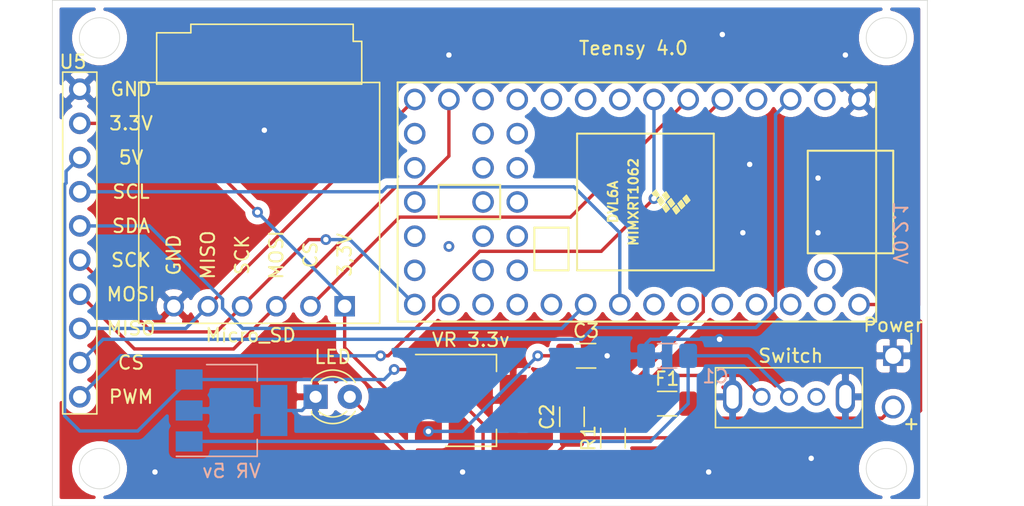
<source format=kicad_pcb>
(kicad_pcb (version 20171130) (host pcbnew "(5.1.12)-1")

  (general
    (thickness 1.6)
    (drawings 13)
    (tracks 146)
    (zones 0)
    (modules 13)
    (nets 51)
  )

  (page A4)
  (layers
    (0 F.Cu signal)
    (31 B.Cu signal)
    (32 B.Adhes user)
    (33 F.Adhes user)
    (34 B.Paste user)
    (35 F.Paste user)
    (36 B.SilkS user)
    (37 F.SilkS user)
    (38 B.Mask user)
    (39 F.Mask user)
    (40 Dwgs.User user)
    (41 Cmts.User user)
    (42 Eco1.User user)
    (43 Eco2.User user)
    (44 Edge.Cuts user)
    (45 Margin user)
    (46 B.CrtYd user)
    (47 F.CrtYd user)
    (48 B.Fab user)
    (49 F.Fab user)
  )

  (setup
    (last_trace_width 0.25)
    (trace_clearance 0.2)
    (zone_clearance 0.508)
    (zone_45_only no)
    (trace_min 0.2)
    (via_size 0.8)
    (via_drill 0.4)
    (via_min_size 0.4)
    (via_min_drill 0.3)
    (uvia_size 0.3)
    (uvia_drill 0.1)
    (uvias_allowed no)
    (uvia_min_size 0.2)
    (uvia_min_drill 0.1)
    (edge_width 0.05)
    (segment_width 0.2)
    (pcb_text_width 0.3)
    (pcb_text_size 1.5 1.5)
    (mod_edge_width 0.12)
    (mod_text_size 1 1)
    (mod_text_width 0.15)
    (pad_size 1.524 1.524)
    (pad_drill 0.762)
    (pad_to_mask_clearance 0)
    (aux_axis_origin 0 0)
    (visible_elements 7FFFFFFF)
    (pcbplotparams
      (layerselection 0x010fc_ffffffff)
      (usegerberextensions false)
      (usegerberattributes true)
      (usegerberadvancedattributes true)
      (creategerberjobfile true)
      (excludeedgelayer true)
      (linewidth 0.100000)
      (plotframeref false)
      (viasonmask false)
      (mode 1)
      (useauxorigin false)
      (hpglpennumber 1)
      (hpglpenspeed 20)
      (hpglpendiameter 15.000000)
      (psnegative false)
      (psa4output false)
      (plotreference true)
      (plotvalue true)
      (plotinvisibletext false)
      (padsonsilk false)
      (subtractmaskfromsilk false)
      (outputformat 1)
      (mirror false)
      (drillshape 1)
      (scaleselection 1)
      (outputdirectory ""))
  )

  (net 0 "")
  (net 1 GND)
  (net 2 "Net-(C1-Pad1)")
  (net 3 "Net-(C2-Pad1)")
  (net 4 "Net-(C3-Pad1)")
  (net 5 "Net-(D1-Pad2)")
  (net 6 "Net-(F1-Pad1)")
  (net 7 "Net-(F1-Pad2)")
  (net 8 "Net-(Micro_SD1-Pad4)")
  (net 9 "Net-(Micro_SD1-Pad3)")
  (net 10 "Net-(Micro_SD1-Pad2)")
  (net 11 "Net-(Micro_SD1-Pad5)")
  (net 12 "Net-(R1-Pad2)")
  (net 13 "Net-(switch1-Pad3)")
  (net 14 "Net-(U2-Pad17)")
  (net 15 "Net-(U2-Pad18)")
  (net 16 "Net-(U2-Pad19)")
  (net 17 "Net-(U2-Pad16)")
  (net 18 "Net-(U2-Pad21)")
  (net 19 "Net-(U2-Pad22)")
  (net 20 "Net-(U2-Pad23)")
  (net 21 "Net-(U2-Pad24)")
  (net 22 "Net-(U2-Pad25)")
  (net 23 "Net-(U2-Pad26)")
  (net 24 "Net-(U2-Pad27)")
  (net 25 "Net-(U2-Pad28)")
  (net 26 "Net-(U2-Pad29)")
  (net 27 "Net-(U2-Pad30)")
  (net 28 "Net-(U2-Pad31)")
  (net 29 "Net-(U2-Pad32)")
  (net 30 "Net-(U2-Pad34)")
  (net 31 "Net-(U2-Pad12)")
  (net 32 "Net-(U2-Pad11)")
  (net 33 "Net-(U2-Pad10)")
  (net 34 "Net-(U2-Pad9)")
  (net 35 "Net-(U2-Pad8)")
  (net 36 "Net-(U2-Pad7)")
  (net 37 "Net-(U2-Pad4)")
  (net 38 "Net-(U2-Pad3)")
  (net 39 "Net-(U2-Pad2)")
  (net 40 "Net-(U2-Pad35)")
  (net 41 "Net-(U2-Pad36)")
  (net 42 "Net-(U2-Pad37)")
  (net 43 "Net-(U2-Pad38)")
  (net 44 "Net-(U2-Pad39)")
  (net 45 "Net-(U2-Pad40)")
  (net 46 "Net-(U2-Pad41)")
  (net 47 "Net-(U2-Pad42)")
  (net 48 "Net-(U2-Pad43)")
  (net 49 "Net-(U2-Pad44)")
  (net 50 "Net-(U2-Pad15)")

  (net_class Default "This is the default net class."
    (clearance 0.2)
    (trace_width 0.25)
    (via_dia 0.8)
    (via_drill 0.4)
    (uvia_dia 0.3)
    (uvia_drill 0.1)
    (add_net GND)
    (add_net "Net-(C1-Pad1)")
    (add_net "Net-(C2-Pad1)")
    (add_net "Net-(C3-Pad1)")
    (add_net "Net-(D1-Pad2)")
    (add_net "Net-(F1-Pad1)")
    (add_net "Net-(F1-Pad2)")
    (add_net "Net-(Micro_SD1-Pad2)")
    (add_net "Net-(Micro_SD1-Pad3)")
    (add_net "Net-(Micro_SD1-Pad4)")
    (add_net "Net-(Micro_SD1-Pad5)")
    (add_net "Net-(R1-Pad2)")
    (add_net "Net-(U2-Pad10)")
    (add_net "Net-(U2-Pad11)")
    (add_net "Net-(U2-Pad12)")
    (add_net "Net-(U2-Pad15)")
    (add_net "Net-(U2-Pad16)")
    (add_net "Net-(U2-Pad17)")
    (add_net "Net-(U2-Pad18)")
    (add_net "Net-(U2-Pad19)")
    (add_net "Net-(U2-Pad2)")
    (add_net "Net-(U2-Pad21)")
    (add_net "Net-(U2-Pad22)")
    (add_net "Net-(U2-Pad23)")
    (add_net "Net-(U2-Pad24)")
    (add_net "Net-(U2-Pad25)")
    (add_net "Net-(U2-Pad26)")
    (add_net "Net-(U2-Pad27)")
    (add_net "Net-(U2-Pad28)")
    (add_net "Net-(U2-Pad29)")
    (add_net "Net-(U2-Pad3)")
    (add_net "Net-(U2-Pad30)")
    (add_net "Net-(U2-Pad31)")
    (add_net "Net-(U2-Pad32)")
    (add_net "Net-(U2-Pad34)")
    (add_net "Net-(U2-Pad35)")
    (add_net "Net-(U2-Pad36)")
    (add_net "Net-(U2-Pad37)")
    (add_net "Net-(U2-Pad38)")
    (add_net "Net-(U2-Pad39)")
    (add_net "Net-(U2-Pad4)")
    (add_net "Net-(U2-Pad40)")
    (add_net "Net-(U2-Pad41)")
    (add_net "Net-(U2-Pad42)")
    (add_net "Net-(U2-Pad43)")
    (add_net "Net-(U2-Pad44)")
    (add_net "Net-(U2-Pad7)")
    (add_net "Net-(U2-Pad8)")
    (add_net "Net-(U2-Pad9)")
    (add_net "Net-(switch1-Pad3)")
  )

  (module Package_TO_SOT_SMD:SOT-223-3_TabPin2 (layer B.Cu) (tedit 5A02FF57) (tstamp 62AC9572)
    (at 131.166 115.824)
    (descr "module CMS SOT223 4 pins")
    (tags "CMS SOT")
    (path /62B2E2F7)
    (attr smd)
    (fp_text reference "VR 5v" (at 0 4.5) (layer B.SilkS)
      (effects (font (size 1 1) (thickness 0.15)) (justify mirror))
    )
    (fp_text value AP7361C-33E (at 0 -4.5) (layer B.Fab)
      (effects (font (size 1 1) (thickness 0.15)) (justify mirror))
    )
    (fp_line (start 1.91 -3.41) (end 1.91 -2.15) (layer B.SilkS) (width 0.12))
    (fp_line (start 1.91 3.41) (end 1.91 2.15) (layer B.SilkS) (width 0.12))
    (fp_line (start 4.4 3.6) (end -4.4 3.6) (layer B.CrtYd) (width 0.05))
    (fp_line (start 4.4 -3.6) (end 4.4 3.6) (layer B.CrtYd) (width 0.05))
    (fp_line (start -4.4 -3.6) (end 4.4 -3.6) (layer B.CrtYd) (width 0.05))
    (fp_line (start -4.4 3.6) (end -4.4 -3.6) (layer B.CrtYd) (width 0.05))
    (fp_line (start -1.85 2.35) (end -0.85 3.35) (layer B.Fab) (width 0.1))
    (fp_line (start -1.85 2.35) (end -1.85 -3.35) (layer B.Fab) (width 0.1))
    (fp_line (start -1.85 -3.41) (end 1.91 -3.41) (layer B.SilkS) (width 0.12))
    (fp_line (start -0.85 3.35) (end 1.85 3.35) (layer B.Fab) (width 0.1))
    (fp_line (start -4.1 3.41) (end 1.91 3.41) (layer B.SilkS) (width 0.12))
    (fp_line (start -1.85 -3.35) (end 1.85 -3.35) (layer B.Fab) (width 0.1))
    (fp_line (start 1.85 3.35) (end 1.85 -3.35) (layer B.Fab) (width 0.1))
    (fp_text user %R (at 0 0 -90) (layer B.Fab)
      (effects (font (size 0.8 0.8) (thickness 0.12)) (justify mirror))
    )
    (pad 2 smd rect (at 3.15 0) (size 2 3.8) (layers B.Cu B.Paste B.Mask)
      (net 1 GND))
    (pad 2 smd rect (at -3.15 0) (size 2 1.5) (layers B.Cu B.Paste B.Mask)
      (net 1 GND))
    (pad 3 smd rect (at -3.15 -2.3) (size 2 1.5) (layers B.Cu B.Paste B.Mask)
      (net 3 "Net-(C2-Pad1)"))
    (pad 1 smd rect (at -3.15 2.3) (size 2 1.5) (layers B.Cu B.Paste B.Mask)
      (net 2 "Net-(C1-Pad1)"))
    (model ${KISYS3DMOD}/Package_TO_SOT_SMD.3dshapes/SOT-223.wrl
      (at (xyz 0 0 0))
      (scale (xyz 1 1 1))
      (rotate (xyz 0 0 0))
    )
  )

  (module custom:grounded_switch (layer F.Cu) (tedit 5F6E12A6) (tstamp 62A7EF51)
    (at 172.593 109.728)
    (path /629E7EFF)
    (fp_text reference Switch (at 0.127 2.032) (layer F.SilkS)
      (effects (font (size 1 1) (thickness 0.15)))
    )
    (fp_text value grounded_DIP_switch (at 0.635 8.128) (layer F.Fab)
      (effects (font (size 1 1) (thickness 0.15)))
    )
    (fp_line (start -5.461 2.921) (end 5.461 2.921) (layer F.SilkS) (width 0.12))
    (fp_line (start -5.461 7.366) (end 5.461 7.366) (layer F.SilkS) (width 0.12))
    (fp_line (start 5.461 2.921) (end 5.461 7.366) (layer F.SilkS) (width 0.12))
    (fp_line (start -5.461 2.921) (end -5.461 7.366) (layer F.SilkS) (width 0.12))
    (pad 1 thru_hole circle (at -2.032 5.08) (size 1.324 1.324) (drill 0.914) (layers *.Cu *.Mask)
      (net 6 "Net-(F1-Pad1)"))
    (pad 2 thru_hole circle (at 0 5.08) (size 1.324 1.324) (drill 0.914) (layers *.Cu *.Mask)
      (net 2 "Net-(C1-Pad1)"))
    (pad 3 thru_hole circle (at 2.032 5.08) (size 1.324 1.324) (drill 0.914) (layers *.Cu *.Mask)
      (net 13 "Net-(switch1-Pad3)"))
    (pad 4 thru_hole oval (at -4.191 5.08 90) (size 2.524 1.424) (drill oval 1.76 0.914) (layers *.Cu *.Mask)
      (net 1 GND))
    (pad 5 thru_hole oval (at 4.191 5.08 90) (size 2.524 1.424) (drill oval 1.76 0.914) (layers *.Cu *.Mask)
      (net 1 GND))
  )

  (module custom:top_rail (layer F.Cu) (tedit 5F69317C) (tstamp 62A7EFED)
    (at 119.888 104.648 90)
    (path /629135F7)
    (fp_text reference U5 (at 14.732 -0.508 180) (layer F.SilkS)
      (effects (font (size 1 1) (thickness 0.15)))
    )
    (fp_text value main_board_top_rail (at 0 -5.08 90) (layer F.Fab)
      (effects (font (size 1 1) (thickness 0.15)))
    )
    (fp_line (start -11.43 1.27) (end -8.89 1.27) (layer F.SilkS) (width 0.12))
    (fp_line (start -11.43 -1.27) (end -11.43 1.27) (layer F.SilkS) (width 0.12))
    (fp_line (start -8.89 -1.27) (end -11.43 -1.27) (layer F.SilkS) (width 0.12))
    (fp_line (start -8.89 1.27) (end 13.97 1.27) (layer F.SilkS) (width 0.12))
    (fp_line (start 13.97 1.27) (end 13.97 -1.27) (layer F.SilkS) (width 0.12))
    (fp_line (start 13.97 -1.27) (end -8.89 -1.27) (layer F.SilkS) (width 0.12))
    (fp_text user PWM (at -10.16 3.81) (layer F.SilkS)
      (effects (font (size 1 1) (thickness 0.15)))
    )
    (fp_text user GND (at 12.7 3.81) (layer F.SilkS)
      (effects (font (size 1 1) (thickness 0.15)))
    )
    (fp_text user 3.3V (at 10.16 3.81) (layer F.SilkS)
      (effects (font (size 1 1) (thickness 0.15)))
    )
    (fp_text user 5V (at 7.62 3.81) (layer F.SilkS)
      (effects (font (size 1 1) (thickness 0.15)))
    )
    (fp_text user SCL (at 5.08 3.81) (layer F.SilkS)
      (effects (font (size 1 1) (thickness 0.15)))
    )
    (fp_text user SDA (at 2.54 3.81) (layer F.SilkS)
      (effects (font (size 1 1) (thickness 0.15)))
    )
    (fp_text user SCK (at 0 3.81) (layer F.SilkS)
      (effects (font (size 1 1) (thickness 0.15)))
    )
    (fp_text user MOSI (at -2.54 3.81) (layer F.SilkS)
      (effects (font (size 1 1) (thickness 0.15)))
    )
    (fp_text user MISO (at -5.08 3.81) (layer F.SilkS)
      (effects (font (size 1 1) (thickness 0.15)))
    )
    (fp_text user CS (at -7.62 3.81) (layer F.SilkS)
      (effects (font (size 1 1) (thickness 0.15)))
    )
    (pad 10 thru_hole circle (at -10.16 0 90) (size 1.6 1.6) (drill 1) (layers *.Cu *.Mask)
      (net 36 "Net-(U2-Pad7)"))
    (pad 9 thru_hole circle (at 12.7 0 90) (size 1.6 1.6) (drill 1) (layers *.Cu *.Mask)
      (net 1 GND))
    (pad 8 thru_hole circle (at 10.16 0 90) (size 1.6 1.6) (drill 1) (layers *.Cu *.Mask)
      (net 4 "Net-(C3-Pad1)"))
    (pad 7 thru_hole circle (at 7.62 0 90) (size 1.6 1.6) (drill 1) (layers *.Cu *.Mask)
      (net 3 "Net-(C2-Pad1)"))
    (pad 6 thru_hole circle (at 5.08 0 90) (size 1.6 1.6) (drill 1) (layers *.Cu *.Mask)
      (net 23 "Net-(U2-Pad26)"))
    (pad 5 thru_hole circle (at 2.54 0 90) (size 1.6 1.6) (drill 1) (layers *.Cu *.Mask)
      (net 22 "Net-(U2-Pad25)"))
    (pad 4 thru_hole circle (at 0 0 90) (size 1.6 1.6) (drill 1) (layers *.Cu *.Mask)
      (net 8 "Net-(Micro_SD1-Pad4)"))
    (pad 3 thru_hole circle (at -2.54 0 90) (size 1.6 1.6) (drill 1) (layers *.Cu *.Mask)
      (net 9 "Net-(Micro_SD1-Pad3)"))
    (pad 2 thru_hole circle (at -5.08 0 90) (size 1.6 1.6) (drill 1) (layers *.Cu *.Mask)
      (net 11 "Net-(Micro_SD1-Pad5)"))
    (pad 1 thru_hole circle (at -7.62 0 90) (size 1.6 1.6) (drill 1) (layers *.Cu *.Mask)
      (net 38 "Net-(U2-Pad3)"))
  )

  (module Capacitor_SMD:C_1206_3216Metric_Pad1.33x1.80mm_HandSolder (layer B.Cu) (tedit 5F68FEEF) (tstamp 62A7EED1)
    (at 163.5375 111.76 180)
    (descr "Capacitor SMD 1206 (3216 Metric), square (rectangular) end terminal, IPC_7351 nominal with elongated pad for handsoldering. (Body size source: IPC-SM-782 page 76, https://www.pcb-3d.com/wordpress/wp-content/uploads/ipc-sm-782a_amendment_1_and_2.pdf), generated with kicad-footprint-generator")
    (tags "capacitor handsolder")
    (path /62AA8A79)
    (attr smd)
    (fp_text reference C1 (at -3.5945 -1.524) (layer B.SilkS)
      (effects (font (size 1 1) (thickness 0.15)) (justify mirror))
    )
    (fp_text value C (at 0 -1.85) (layer B.Fab)
      (effects (font (size 1 1) (thickness 0.15)) (justify mirror))
    )
    (fp_line (start 2.48 -1.15) (end -2.48 -1.15) (layer B.CrtYd) (width 0.05))
    (fp_line (start 2.48 1.15) (end 2.48 -1.15) (layer B.CrtYd) (width 0.05))
    (fp_line (start -2.48 1.15) (end 2.48 1.15) (layer B.CrtYd) (width 0.05))
    (fp_line (start -2.48 -1.15) (end -2.48 1.15) (layer B.CrtYd) (width 0.05))
    (fp_line (start -0.711252 -0.91) (end 0.711252 -0.91) (layer B.SilkS) (width 0.12))
    (fp_line (start -0.711252 0.91) (end 0.711252 0.91) (layer B.SilkS) (width 0.12))
    (fp_line (start 1.6 -0.8) (end -1.6 -0.8) (layer B.Fab) (width 0.1))
    (fp_line (start 1.6 0.8) (end 1.6 -0.8) (layer B.Fab) (width 0.1))
    (fp_line (start -1.6 0.8) (end 1.6 0.8) (layer B.Fab) (width 0.1))
    (fp_line (start -1.6 -0.8) (end -1.6 0.8) (layer B.Fab) (width 0.1))
    (fp_text user %R (at 0 0) (layer B.Fab)
      (effects (font (size 0.8 0.8) (thickness 0.12)) (justify mirror))
    )
    (pad 2 smd roundrect (at 1.5625 0 180) (size 1.325 1.8) (layers B.Cu B.Paste B.Mask) (roundrect_rratio 0.188679)
      (net 1 GND))
    (pad 1 smd roundrect (at -1.5625 0 180) (size 1.325 1.8) (layers B.Cu B.Paste B.Mask) (roundrect_rratio 0.188679)
      (net 2 "Net-(C1-Pad1)"))
    (model ${KISYS3DMOD}/Capacitor_SMD.3dshapes/C_1206_3216Metric.wrl
      (at (xyz 0 0 0))
      (scale (xyz 1 1 1))
      (rotate (xyz 0 0 0))
    )
  )

  (module Capacitor_SMD:C_1206_3216Metric_Pad1.33x1.80mm_HandSolder (layer F.Cu) (tedit 5F68FEEF) (tstamp 62A7EEE2)
    (at 156.464 116.2935 90)
    (descr "Capacitor SMD 1206 (3216 Metric), square (rectangular) end terminal, IPC_7351 nominal with elongated pad for handsoldering. (Body size source: IPC-SM-782 page 76, https://www.pcb-3d.com/wordpress/wp-content/uploads/ipc-sm-782a_amendment_1_and_2.pdf), generated with kicad-footprint-generator")
    (tags "capacitor handsolder")
    (path /62AA97E3)
    (attr smd)
    (fp_text reference C2 (at 0 -1.85 90) (layer F.SilkS)
      (effects (font (size 1 1) (thickness 0.15)))
    )
    (fp_text value C (at 0 1.85 90) (layer F.Fab)
      (effects (font (size 1 1) (thickness 0.15)))
    )
    (fp_line (start -1.6 0.8) (end -1.6 -0.8) (layer F.Fab) (width 0.1))
    (fp_line (start -1.6 -0.8) (end 1.6 -0.8) (layer F.Fab) (width 0.1))
    (fp_line (start 1.6 -0.8) (end 1.6 0.8) (layer F.Fab) (width 0.1))
    (fp_line (start 1.6 0.8) (end -1.6 0.8) (layer F.Fab) (width 0.1))
    (fp_line (start -0.711252 -0.91) (end 0.711252 -0.91) (layer F.SilkS) (width 0.12))
    (fp_line (start -0.711252 0.91) (end 0.711252 0.91) (layer F.SilkS) (width 0.12))
    (fp_line (start -2.48 1.15) (end -2.48 -1.15) (layer F.CrtYd) (width 0.05))
    (fp_line (start -2.48 -1.15) (end 2.48 -1.15) (layer F.CrtYd) (width 0.05))
    (fp_line (start 2.48 -1.15) (end 2.48 1.15) (layer F.CrtYd) (width 0.05))
    (fp_line (start 2.48 1.15) (end -2.48 1.15) (layer F.CrtYd) (width 0.05))
    (fp_text user %R (at 0 0 90) (layer F.Fab)
      (effects (font (size 0.8 0.8) (thickness 0.12)))
    )
    (pad 1 smd roundrect (at -1.5625 0 90) (size 1.325 1.8) (layers F.Cu F.Paste F.Mask) (roundrect_rratio 0.188679)
      (net 3 "Net-(C2-Pad1)"))
    (pad 2 smd roundrect (at 1.5625 0 90) (size 1.325 1.8) (layers F.Cu F.Paste F.Mask) (roundrect_rratio 0.188679)
      (net 1 GND))
    (model ${KISYS3DMOD}/Capacitor_SMD.3dshapes/C_1206_3216Metric.wrl
      (at (xyz 0 0 0))
      (scale (xyz 1 1 1))
      (rotate (xyz 0 0 0))
    )
  )

  (module Capacitor_SMD:C_1206_3216Metric_Pad1.33x1.80mm_HandSolder (layer F.Cu) (tedit 5F68FEEF) (tstamp 62A7EEF3)
    (at 157.5185 111.76)
    (descr "Capacitor SMD 1206 (3216 Metric), square (rectangular) end terminal, IPC_7351 nominal with elongated pad for handsoldering. (Body size source: IPC-SM-782 page 76, https://www.pcb-3d.com/wordpress/wp-content/uploads/ipc-sm-782a_amendment_1_and_2.pdf), generated with kicad-footprint-generator")
    (tags "capacitor handsolder")
    (path /62AAA1A5)
    (attr smd)
    (fp_text reference C3 (at 0 -1.85) (layer F.SilkS)
      (effects (font (size 1 1) (thickness 0.15)))
    )
    (fp_text value C (at 0 1.85) (layer F.Fab)
      (effects (font (size 1 1) (thickness 0.15)))
    )
    (fp_line (start 2.48 1.15) (end -2.48 1.15) (layer F.CrtYd) (width 0.05))
    (fp_line (start 2.48 -1.15) (end 2.48 1.15) (layer F.CrtYd) (width 0.05))
    (fp_line (start -2.48 -1.15) (end 2.48 -1.15) (layer F.CrtYd) (width 0.05))
    (fp_line (start -2.48 1.15) (end -2.48 -1.15) (layer F.CrtYd) (width 0.05))
    (fp_line (start -0.711252 0.91) (end 0.711252 0.91) (layer F.SilkS) (width 0.12))
    (fp_line (start -0.711252 -0.91) (end 0.711252 -0.91) (layer F.SilkS) (width 0.12))
    (fp_line (start 1.6 0.8) (end -1.6 0.8) (layer F.Fab) (width 0.1))
    (fp_line (start 1.6 -0.8) (end 1.6 0.8) (layer F.Fab) (width 0.1))
    (fp_line (start -1.6 -0.8) (end 1.6 -0.8) (layer F.Fab) (width 0.1))
    (fp_line (start -1.6 0.8) (end -1.6 -0.8) (layer F.Fab) (width 0.1))
    (fp_text user %R (at 0 0) (layer F.Fab)
      (effects (font (size 0.8 0.8) (thickness 0.12)))
    )
    (pad 2 smd roundrect (at 1.5625 0) (size 1.325 1.8) (layers F.Cu F.Paste F.Mask) (roundrect_rratio 0.188679)
      (net 1 GND))
    (pad 1 smd roundrect (at -1.5625 0) (size 1.325 1.8) (layers F.Cu F.Paste F.Mask) (roundrect_rratio 0.188679)
      (net 4 "Net-(C3-Pad1)"))
    (model ${KISYS3DMOD}/Capacitor_SMD.3dshapes/C_1206_3216Metric.wrl
      (at (xyz 0 0 0))
      (scale (xyz 1 1 1))
      (rotate (xyz 0 0 0))
    )
  )

  (module LED_THT:LED_D3.0mm (layer F.Cu) (tedit 587A3A7B) (tstamp 62A7EF06)
    (at 137.414 114.808)
    (descr "LED, diameter 3.0mm, 2 pins")
    (tags "LED diameter 3.0mm 2 pins")
    (path /6297D60E)
    (fp_text reference LED (at 1.27 -2.96) (layer F.SilkS)
      (effects (font (size 1 1) (thickness 0.15)))
    )
    (fp_text value LED (at 1.27 2.96) (layer F.Fab)
      (effects (font (size 1 1) (thickness 0.15)))
    )
    (fp_circle (center 1.27 0) (end 2.77 0) (layer F.Fab) (width 0.1))
    (fp_line (start -0.23 -1.16619) (end -0.23 1.16619) (layer F.Fab) (width 0.1))
    (fp_line (start -0.29 -1.236) (end -0.29 -1.08) (layer F.SilkS) (width 0.12))
    (fp_line (start -0.29 1.08) (end -0.29 1.236) (layer F.SilkS) (width 0.12))
    (fp_line (start -1.15 -2.25) (end -1.15 2.25) (layer F.CrtYd) (width 0.05))
    (fp_line (start -1.15 2.25) (end 3.7 2.25) (layer F.CrtYd) (width 0.05))
    (fp_line (start 3.7 2.25) (end 3.7 -2.25) (layer F.CrtYd) (width 0.05))
    (fp_line (start 3.7 -2.25) (end -1.15 -2.25) (layer F.CrtYd) (width 0.05))
    (fp_arc (start 1.27 0) (end -0.23 -1.16619) (angle 284.3) (layer F.Fab) (width 0.1))
    (fp_arc (start 1.27 0) (end -0.29 -1.235516) (angle 108.8) (layer F.SilkS) (width 0.12))
    (fp_arc (start 1.27 0) (end -0.29 1.235516) (angle -108.8) (layer F.SilkS) (width 0.12))
    (fp_arc (start 1.27 0) (end 0.229039 -1.08) (angle 87.9) (layer F.SilkS) (width 0.12))
    (fp_arc (start 1.27 0) (end 0.229039 1.08) (angle -87.9) (layer F.SilkS) (width 0.12))
    (pad 1 thru_hole rect (at 0 0) (size 1.8 1.8) (drill 0.9) (layers *.Cu *.Mask)
      (net 1 GND))
    (pad 2 thru_hole circle (at 2.54 0) (size 1.8 1.8) (drill 0.9) (layers *.Cu *.Mask)
      (net 5 "Net-(D1-Pad2)"))
    (model ${KISYS3DMOD}/LED_THT.3dshapes/LED_D3.0mm.wrl
      (at (xyz 0 0 0))
      (scale (xyz 1 1 1))
      (rotate (xyz 0 0 0))
    )
  )

  (module Capacitor_SMD:C_1206_3216Metric_Pad1.33x1.80mm_HandSolder (layer F.Cu) (tedit 5F68FEEF) (tstamp 62A7EF17)
    (at 163.5375 115.316)
    (descr "Capacitor SMD 1206 (3216 Metric), square (rectangular) end terminal, IPC_7351 nominal with elongated pad for handsoldering. (Body size source: IPC-SM-782 page 76, https://www.pcb-3d.com/wordpress/wp-content/uploads/ipc-sm-782a_amendment_1_and_2.pdf), generated with kicad-footprint-generator")
    (tags "capacitor handsolder")
    (path /629E72CE)
    (attr smd)
    (fp_text reference F1 (at 0 -1.85) (layer F.SilkS)
      (effects (font (size 1 1) (thickness 0.15)))
    )
    (fp_text value Fuse (at 0 1.85) (layer F.Fab)
      (effects (font (size 1 1) (thickness 0.15)))
    )
    (fp_line (start -1.6 0.8) (end -1.6 -0.8) (layer F.Fab) (width 0.1))
    (fp_line (start -1.6 -0.8) (end 1.6 -0.8) (layer F.Fab) (width 0.1))
    (fp_line (start 1.6 -0.8) (end 1.6 0.8) (layer F.Fab) (width 0.1))
    (fp_line (start 1.6 0.8) (end -1.6 0.8) (layer F.Fab) (width 0.1))
    (fp_line (start -0.711252 -0.91) (end 0.711252 -0.91) (layer F.SilkS) (width 0.12))
    (fp_line (start -0.711252 0.91) (end 0.711252 0.91) (layer F.SilkS) (width 0.12))
    (fp_line (start -2.48 1.15) (end -2.48 -1.15) (layer F.CrtYd) (width 0.05))
    (fp_line (start -2.48 -1.15) (end 2.48 -1.15) (layer F.CrtYd) (width 0.05))
    (fp_line (start 2.48 -1.15) (end 2.48 1.15) (layer F.CrtYd) (width 0.05))
    (fp_line (start 2.48 1.15) (end -2.48 1.15) (layer F.CrtYd) (width 0.05))
    (fp_text user %R (at 0 0) (layer F.Fab)
      (effects (font (size 0.8 0.8) (thickness 0.12)))
    )
    (pad 1 smd roundrect (at -1.5625 0) (size 1.325 1.8) (layers F.Cu F.Paste F.Mask) (roundrect_rratio 0.188679)
      (net 6 "Net-(F1-Pad1)"))
    (pad 2 smd roundrect (at 1.5625 0) (size 1.325 1.8) (layers F.Cu F.Paste F.Mask) (roundrect_rratio 0.188679)
      (net 7 "Net-(F1-Pad2)"))
    (model ${KISYS3DMOD}/Capacitor_SMD.3dshapes/C_1206_3216Metric.wrl
      (at (xyz 0 0 0))
      (scale (xyz 1 1 1))
      (rotate (xyz 0 0 0))
    )
  )

  (module custom:small_microSD_v2 (layer B.Cu) (tedit 60B7DCFC) (tstamp 62A7EF33)
    (at 132.588 111.252)
    (path /62911122)
    (fp_text reference Micro_SD (at 0 -1.016) (layer F.SilkS)
      (effects (font (size 1 1) (thickness 0.15)))
    )
    (fp_text value microSD_small (at 0.508 -21.336 -180) (layer F.Fab)
      (effects (font (size 1 1) (thickness 0.15)))
    )
    (fp_line (start -4.445 -23.495) (end -6.985 -23.495) (layer F.SilkS) (width 0.12))
    (fp_line (start 8.255 -19.685) (end -6.985 -19.685) (layer F.SilkS) (width 0.12))
    (fp_line (start 9.585 -1.905) (end 9.585 -19.805) (layer F.SilkS) (width 0.12))
    (fp_line (start -4.445 -24.13) (end -4.445 -23.495) (layer F.SilkS) (width 0.12))
    (fp_line (start 8.255 -19.685) (end 8.255 -22.86) (layer F.SilkS) (width 0.12))
    (fp_line (start 8.255 -22.86) (end 7.62 -22.86) (layer F.SilkS) (width 0.12))
    (fp_line (start -6.985 -19.685) (end -6.985 -23.495) (layer F.SilkS) (width 0.12))
    (fp_line (start 9.585 -1.905) (end -8.315 -1.905) (layer F.SilkS) (width 0.12))
    (fp_line (start -8.315 -1.905) (end -8.315 -19.805) (layer F.SilkS) (width 0.12))
    (fp_line (start -8.315 -19.805) (end 9.585 -19.805) (layer F.SilkS) (width 0.12))
    (fp_line (start 7.62 -24.13) (end -4.445 -24.13) (layer F.SilkS) (width 0.12))
    (fp_line (start 7.62 -22.86) (end 7.62 -24.13) (layer F.SilkS) (width 0.12))
    (fp_text user GND (at -5.715 -6.985 -90) (layer F.SilkS)
      (effects (font (size 1 1) (thickness 0.15)))
    )
    (fp_text user SCK (at -0.635 -6.985 -90) (layer F.SilkS)
      (effects (font (size 1 1) (thickness 0.15)))
    )
    (fp_text user 3,3V (at 6.985 -6.985 -90) (layer F.SilkS)
      (effects (font (size 1 1) (thickness 0.15)))
    )
    (fp_text user MOSI (at 1.905 -6.985 -90) (layer F.SilkS)
      (effects (font (size 1 1) (thickness 0.15)))
    )
    (fp_text user CS (at 4.445 -6.985 -90) (layer F.SilkS)
      (effects (font (size 1 1) (thickness 0.15)))
    )
    (fp_text user MISO (at -3.175 -6.985 -90) (layer F.SilkS)
      (effects (font (size 1 1) (thickness 0.15)))
    )
    (pad 6 thru_hole circle (at -5.715 -3.175) (size 1.524 1.524) (drill 1) (layers *.Cu *.Mask)
      (net 1 GND))
    (pad 4 thru_hole circle (at -0.635 -3.175) (size 1.524 1.524) (drill 1) (layers *.Cu *.Mask)
      (net 8 "Net-(Micro_SD1-Pad4)"))
    (pad 3 thru_hole circle (at 1.905 -3.175) (size 1.524 1.524) (drill 1) (layers *.Cu *.Mask)
      (net 9 "Net-(Micro_SD1-Pad3)"))
    (pad 1 thru_hole rect (at 6.985 -3.175) (size 1.524 1.524) (drill 1) (layers *.Cu *.Mask)
      (net 4 "Net-(C3-Pad1)"))
    (pad 2 thru_hole circle (at 4.445 -3.175) (size 1.524 1.524) (drill 1) (layers *.Cu *.Mask)
      (net 10 "Net-(Micro_SD1-Pad2)"))
    (pad 5 thru_hole circle (at -3.175 -3.175) (size 1.524 1.524) (drill 1) (layers *.Cu *.Mask)
      (net 11 "Net-(Micro_SD1-Pad5)"))
  )

  (module Resistor_SMD:R_1206_3216Metric_Pad1.30x1.75mm_HandSolder (layer F.Cu) (tedit 5F68FEEE) (tstamp 62A7EF44)
    (at 159.512 117.882 90)
    (descr "Resistor SMD 1206 (3216 Metric), square (rectangular) end terminal, IPC_7351 nominal with elongated pad for handsoldering. (Body size source: IPC-SM-782 page 72, https://www.pcb-3d.com/wordpress/wp-content/uploads/ipc-sm-782a_amendment_1_and_2.pdf), generated with kicad-footprint-generator")
    (tags "resistor handsolder")
    (path /629808D5)
    (attr smd)
    (fp_text reference R1 (at 0 -1.82 90) (layer F.SilkS)
      (effects (font (size 1 1) (thickness 0.15)))
    )
    (fp_text value R (at 0 1.82 90) (layer F.Fab)
      (effects (font (size 1 1) (thickness 0.15)))
    )
    (fp_line (start -1.6 0.8) (end -1.6 -0.8) (layer F.Fab) (width 0.1))
    (fp_line (start -1.6 -0.8) (end 1.6 -0.8) (layer F.Fab) (width 0.1))
    (fp_line (start 1.6 -0.8) (end 1.6 0.8) (layer F.Fab) (width 0.1))
    (fp_line (start 1.6 0.8) (end -1.6 0.8) (layer F.Fab) (width 0.1))
    (fp_line (start -0.727064 -0.91) (end 0.727064 -0.91) (layer F.SilkS) (width 0.12))
    (fp_line (start -0.727064 0.91) (end 0.727064 0.91) (layer F.SilkS) (width 0.12))
    (fp_line (start -2.45 1.12) (end -2.45 -1.12) (layer F.CrtYd) (width 0.05))
    (fp_line (start -2.45 -1.12) (end 2.45 -1.12) (layer F.CrtYd) (width 0.05))
    (fp_line (start 2.45 -1.12) (end 2.45 1.12) (layer F.CrtYd) (width 0.05))
    (fp_line (start 2.45 1.12) (end -2.45 1.12) (layer F.CrtYd) (width 0.05))
    (fp_text user %R (at 0 0 90) (layer F.Fab)
      (effects (font (size 0.8 0.8) (thickness 0.12)))
    )
    (pad 1 smd roundrect (at -1.55 0 90) (size 1.3 1.75) (layers F.Cu F.Paste F.Mask) (roundrect_rratio 0.192308)
      (net 5 "Net-(D1-Pad2)"))
    (pad 2 smd roundrect (at 1.55 0 90) (size 1.3 1.75) (layers F.Cu F.Paste F.Mask) (roundrect_rratio 0.192308)
      (net 12 "Net-(R1-Pad2)"))
    (model ${KISYS3DMOD}/Resistor_SMD.3dshapes/R_1206_3216Metric.wrl
      (at (xyz 0 0 0))
      (scale (xyz 1 1 1))
      (rotate (xyz 0 0 0))
    )
  )

  (module custom:XT60PW (layer F.Cu) (tedit 5FB48F3E) (tstamp 62A7EF59)
    (at 182.88 114.3 270)
    (path /629E65AA)
    (fp_text reference Power (at -4.826 2.54 180) (layer F.SilkS)
      (effects (font (size 1 1) (thickness 0.15)))
    )
    (fp_text value power_input (at 0 -6.35 90) (layer F.Fab)
      (effects (font (size 1 1) (thickness 0.15)))
    )
    (fp_text user + (at 2.54 1.27 90) (layer F.SilkS)
      (effects (font (size 1 1) (thickness 0.15)))
    )
    (fp_text user - (at -3.81 1.27 90) (layer F.SilkS)
      (effects (font (size 1 1) (thickness 0.15)))
    )
    (pad 2 thru_hole circle (at 1.27 2.54 270) (size 1.7 1.7) (drill 1.2) (layers *.Cu *.Mask)
      (net 7 "Net-(F1-Pad2)"))
    (pad 1 thru_hole rect (at -2.54 2.54 270) (size 1.5 1.5) (drill 1.2) (layers *.Cu *.Mask)
      (net 1 GND))
  )

  (module custom:Teensy40 (layer F.Cu) (tedit 5E188217) (tstamp 62A7EFA9)
    (at 161.29 100.33 180)
    (path /6290ED71)
    (fp_text reference "Teensy 4.0" (at 0.254 11.43) (layer F.SilkS)
      (effects (font (size 1 1) (thickness 0.15)))
    )
    (fp_text value Teensy4.0-teensy (at 0 10.16) (layer F.Fab)
      (effects (font (size 1 1) (thickness 0.15)))
    )
    (fp_line (start -17.78 3.81) (end -19.05 3.81) (layer F.SilkS) (width 0.15))
    (fp_line (start -19.05 3.81) (end -19.05 -3.81) (layer F.SilkS) (width 0.15))
    (fp_line (start -19.05 -3.81) (end -17.78 -3.81) (layer F.SilkS) (width 0.15))
    (fp_line (start -12.7 3.81) (end -12.7 -3.81) (layer F.SilkS) (width 0.15))
    (fp_line (start -12.7 -3.81) (end -17.78 -3.81) (layer F.SilkS) (width 0.15))
    (fp_line (start -12.7 3.81) (end -17.78 3.81) (layer F.SilkS) (width 0.15))
    (fp_line (start 14.732 -1.27) (end 14.732 1.27) (layer F.SilkS) (width 0.15))
    (fp_line (start 14.732 1.27) (end 10.16 1.27) (layer F.SilkS) (width 0.15))
    (fp_line (start 10.16 1.27) (end 10.16 -1.27) (layer F.SilkS) (width 0.15))
    (fp_line (start 10.16 -1.27) (end 14.732 -1.27) (layer F.SilkS) (width 0.15))
    (fp_line (start 4.445 5.08) (end 4.445 -5.08) (layer F.SilkS) (width 0.15))
    (fp_line (start -5.715 -5.08) (end -5.715 5.08) (layer F.SilkS) (width 0.15))
    (fp_line (start 4.445 -5.08) (end -5.715 -5.08) (layer F.SilkS) (width 0.15))
    (fp_line (start 4.445 5.08) (end -5.715 5.08) (layer F.SilkS) (width 0.15))
    (fp_line (start -17.78 -8.89) (end 17.78 -8.89) (layer F.SilkS) (width 0.15))
    (fp_line (start 17.78 -8.89) (end 17.78 8.89) (layer F.SilkS) (width 0.15))
    (fp_line (start 17.78 8.89) (end -17.78 8.89) (layer F.SilkS) (width 0.15))
    (fp_line (start -17.78 8.89) (end -17.78 -8.89) (layer F.SilkS) (width 0.15))
    (fp_line (start 5.08 -5.08) (end 7.62 -5.08) (layer F.SilkS) (width 0.15))
    (fp_line (start 7.62 -5.08) (end 7.62 -1.905) (layer F.SilkS) (width 0.15))
    (fp_line (start 7.62 -1.905) (end 5.08 -1.905) (layer F.SilkS) (width 0.15))
    (fp_line (start 5.08 -1.905) (end 5.08 -5.08) (layer F.SilkS) (width 0.15))
    (fp_poly (pts (xy -3.175 -0.635) (xy -2.921 -0.889) (xy -2.667 -0.508) (xy -2.921 -0.254)) (layer F.SilkS) (width 0.1))
    (fp_poly (pts (xy -2.794 -0.127) (xy -2.54 -0.381) (xy -2.286 0) (xy -2.54 0.254)) (layer F.SilkS) (width 0.1))
    (fp_poly (pts (xy -2.413 0.381) (xy -2.159 0.127) (xy -1.905 0.508) (xy -2.159 0.762)) (layer F.SilkS) (width 0.1))
    (fp_poly (pts (xy -2.413 -0.508) (xy -2.159 -0.762) (xy -1.905 -0.381) (xy -2.159 -0.127)) (layer F.SilkS) (width 0.1))
    (fp_poly (pts (xy -2.032 0) (xy -1.778 -0.254) (xy -1.524 0.127) (xy -1.778 0.381)) (layer F.SilkS) (width 0.1))
    (fp_poly (pts (xy -1.651 0.508) (xy -1.397 0.254) (xy -1.143 0.635) (xy -1.397 0.889)) (layer F.SilkS) (width 0.1))
    (fp_poly (pts (xy -3.556 -0.254) (xy -3.302 -0.508) (xy -3.048 -0.127) (xy -3.302 0.127)) (layer F.SilkS) (width 0.1))
    (fp_poly (pts (xy -3.937 0.127) (xy -3.683 -0.127) (xy -3.429 0.254) (xy -3.683 0.508)) (layer F.SilkS) (width 0.1))
    (fp_text user MIMXRT1062 (at 0.254 0 90) (layer F.SilkS)
      (effects (font (size 0.7 0.7) (thickness 0.15)))
    )
    (fp_text user DVL6A (at 1.778 0 90) (layer F.SilkS)
      (effects (font (size 0.7 0.7) (thickness 0.15)))
    )
    (pad 17 thru_hole circle (at 16.51 0 180) (size 1.6 1.6) (drill 1.1) (layers *.Cu *.Mask)
      (net 14 "Net-(U2-Pad17)"))
    (pad 18 thru_hole circle (at 16.51 -2.54 180) (size 1.6 1.6) (drill 1.1) (layers *.Cu *.Mask)
      (net 15 "Net-(U2-Pad18)"))
    (pad 19 thru_hole circle (at 16.51 -5.08 180) (size 1.6 1.6) (drill 1.1) (layers *.Cu *.Mask)
      (net 16 "Net-(U2-Pad19)"))
    (pad 20 thru_hole circle (at 16.51 -7.62 180) (size 1.6 1.6) (drill 1.1) (layers *.Cu *.Mask)
      (net 8 "Net-(Micro_SD1-Pad4)"))
    (pad 16 thru_hole circle (at 16.51 2.54 180) (size 1.6 1.6) (drill 1.1) (layers *.Cu *.Mask)
      (net 17 "Net-(U2-Pad16)"))
    (pad 15 thru_hole circle (at 16.51 5.08 180) (size 1.6 1.6) (drill 1.1) (layers *.Cu *.Mask)
      (net 50 "Net-(U2-Pad15)"))
    (pad 14 thru_hole circle (at 16.51 7.62 180) (size 1.6 1.6) (drill 1.1) (layers *.Cu *.Mask)
      (net 11 "Net-(Micro_SD1-Pad5)"))
    (pad 21 thru_hole circle (at 13.97 -7.62 180) (size 1.6 1.6) (drill 1.1) (layers *.Cu *.Mask)
      (net 18 "Net-(U2-Pad21)"))
    (pad 22 thru_hole circle (at 11.43 -7.62 180) (size 1.6 1.6) (drill 1.1) (layers *.Cu *.Mask)
      (net 19 "Net-(U2-Pad22)"))
    (pad 23 thru_hole circle (at 8.89 -7.62 180) (size 1.6 1.6) (drill 1.1) (layers *.Cu *.Mask)
      (net 20 "Net-(U2-Pad23)"))
    (pad 24 thru_hole circle (at 6.35 -7.62 180) (size 1.6 1.6) (drill 1.1) (layers *.Cu *.Mask)
      (net 21 "Net-(U2-Pad24)"))
    (pad 25 thru_hole circle (at 3.81 -7.62 180) (size 1.6 1.6) (drill 1.1) (layers *.Cu *.Mask)
      (net 22 "Net-(U2-Pad25)"))
    (pad 26 thru_hole circle (at 1.27 -7.62 180) (size 1.6 1.6) (drill 1.1) (layers *.Cu *.Mask)
      (net 23 "Net-(U2-Pad26)"))
    (pad 27 thru_hole circle (at -1.27 -7.62 180) (size 1.6 1.6) (drill 1.1) (layers *.Cu *.Mask)
      (net 24 "Net-(U2-Pad27)"))
    (pad 28 thru_hole circle (at -3.81 -7.62 180) (size 1.6 1.6) (drill 1.1) (layers *.Cu *.Mask)
      (net 25 "Net-(U2-Pad28)"))
    (pad 29 thru_hole circle (at -6.35 -7.62 180) (size 1.6 1.6) (drill 1.1) (layers *.Cu *.Mask)
      (net 26 "Net-(U2-Pad29)"))
    (pad 30 thru_hole circle (at -8.89 -7.62 180) (size 1.6 1.6) (drill 1.1) (layers *.Cu *.Mask)
      (net 27 "Net-(U2-Pad30)"))
    (pad 31 thru_hole circle (at -11.43 -7.62 180) (size 1.6 1.6) (drill 1.1) (layers *.Cu *.Mask)
      (net 28 "Net-(U2-Pad31)"))
    (pad 32 thru_hole circle (at -13.97 -7.62 180) (size 1.6 1.6) (drill 1.1) (layers *.Cu *.Mask)
      (net 29 "Net-(U2-Pad32)"))
    (pad 33 thru_hole circle (at -16.51 -7.62 180) (size 1.6 1.6) (drill 1.1) (layers *.Cu *.Mask)
      (net 3 "Net-(C2-Pad1)"))
    (pad 34 thru_hole circle (at -13.97 -5.08 180) (size 1.6 1.6) (drill 1.1) (layers *.Cu *.Mask)
      (net 30 "Net-(U2-Pad34)"))
    (pad 13 thru_hole circle (at 13.97 7.62 180) (size 1.6 1.6) (drill 1.1) (layers *.Cu *.Mask)
      (net 9 "Net-(Micro_SD1-Pad3)"))
    (pad 12 thru_hole circle (at 11.43 7.62 180) (size 1.6 1.6) (drill 1.1) (layers *.Cu *.Mask)
      (net 31 "Net-(U2-Pad12)"))
    (pad 11 thru_hole circle (at 8.89 7.62 180) (size 1.6 1.6) (drill 1.1) (layers *.Cu *.Mask)
      (net 32 "Net-(U2-Pad11)"))
    (pad 10 thru_hole circle (at 6.35 7.62 180) (size 1.6 1.6) (drill 1.1) (layers *.Cu *.Mask)
      (net 33 "Net-(U2-Pad10)"))
    (pad 9 thru_hole circle (at 3.81 7.62 180) (size 1.6 1.6) (drill 1.1) (layers *.Cu *.Mask)
      (net 34 "Net-(U2-Pad9)"))
    (pad 8 thru_hole circle (at 1.27 7.62 180) (size 1.6 1.6) (drill 1.1) (layers *.Cu *.Mask)
      (net 35 "Net-(U2-Pad8)"))
    (pad 7 thru_hole circle (at -1.27 7.62 180) (size 1.6 1.6) (drill 1.1) (layers *.Cu *.Mask)
      (net 36 "Net-(U2-Pad7)"))
    (pad 6 thru_hole circle (at -3.81 7.62 180) (size 1.6 1.6) (drill 1.1) (layers *.Cu *.Mask)
      (net 10 "Net-(Micro_SD1-Pad2)"))
    (pad 5 thru_hole circle (at -6.35 7.62 180) (size 1.6 1.6) (drill 1.1) (layers *.Cu *.Mask)
      (net 12 "Net-(R1-Pad2)"))
    (pad 4 thru_hole circle (at -8.89 7.62 180) (size 1.6 1.6) (drill 1.1) (layers *.Cu *.Mask)
      (net 37 "Net-(U2-Pad4)"))
    (pad 3 thru_hole circle (at -11.43 7.62 180) (size 1.6 1.6) (drill 1.1) (layers *.Cu *.Mask)
      (net 38 "Net-(U2-Pad3)"))
    (pad 2 thru_hole circle (at -13.97 7.62 180) (size 1.6 1.6) (drill 1.1) (layers *.Cu *.Mask)
      (net 39 "Net-(U2-Pad2)"))
    (pad 1 thru_hole circle (at -16.51 7.62 180) (size 1.6 1.6) (drill 1.1) (layers *.Cu *.Mask)
      (net 1 GND))
    (pad 35 thru_hole circle (at 11.43 -5.08 180) (size 1.6 1.6) (drill 1.1) (layers *.Cu *.Mask)
      (net 40 "Net-(U2-Pad35)"))
    (pad 36 thru_hole circle (at 8.89 -5.08 180) (size 1.6 1.6) (drill 1.1) (layers *.Cu *.Mask)
      (net 41 "Net-(U2-Pad36)"))
    (pad 37 thru_hole circle (at 11.43 -2.54 180) (size 1.6 1.6) (drill 1.1) (layers *.Cu *.Mask)
      (net 42 "Net-(U2-Pad37)"))
    (pad 38 thru_hole circle (at 8.89 -2.54 180) (size 1.6 1.6) (drill 1.1) (layers *.Cu *.Mask)
      (net 43 "Net-(U2-Pad38)"))
    (pad 39 thru_hole circle (at 11.43 0 180) (size 1.6 1.6) (drill 1.1) (layers *.Cu *.Mask)
      (net 44 "Net-(U2-Pad39)"))
    (pad 40 thru_hole circle (at 8.89 0 180) (size 1.6 1.6) (drill 1.1) (layers *.Cu *.Mask)
      (net 45 "Net-(U2-Pad40)"))
    (pad 41 thru_hole circle (at 11.43 2.54 180) (size 1.6 1.6) (drill 1.1) (layers *.Cu *.Mask)
      (net 46 "Net-(U2-Pad41)"))
    (pad 42 thru_hole circle (at 8.89 2.54 180) (size 1.6 1.6) (drill 1.1) (layers *.Cu *.Mask)
      (net 47 "Net-(U2-Pad42)"))
    (pad 43 thru_hole circle (at 11.43 5.08 180) (size 1.6 1.6) (drill 1.1) (layers *.Cu *.Mask)
      (net 48 "Net-(U2-Pad43)"))
    (pad 44 thru_hole circle (at 8.89 5.08 180) (size 1.6 1.6) (drill 1.1) (layers *.Cu *.Mask)
      (net 49 "Net-(U2-Pad44)"))
    (model ${KICAD_USER_DIR}/teensy.pretty/Teensy_4.0_Assembly.STEP
      (offset (xyz 33 9.5 -11))
      (scale (xyz 1 1 1))
      (rotate (xyz -90 0 0))
    )
  )

  (module Package_TO_SOT_SMD:SOT-223-3_TabPin2 (layer F.Cu) (tedit 5A02FF57) (tstamp 62AC9588)
    (at 148.946 115.076)
    (descr "module CMS SOT223 4 pins")
    (tags "CMS SOT")
    (path /62B2EE61)
    (attr smd)
    (fp_text reference "VR 3.3v" (at 0 -4.5) (layer F.SilkS)
      (effects (font (size 1 1) (thickness 0.15)))
    )
    (fp_text value AP7361C-33E (at 0 4.5) (layer F.Fab)
      (effects (font (size 1 1) (thickness 0.15)))
    )
    (fp_line (start 1.85 -3.35) (end 1.85 3.35) (layer F.Fab) (width 0.1))
    (fp_line (start -1.85 3.35) (end 1.85 3.35) (layer F.Fab) (width 0.1))
    (fp_line (start -4.1 -3.41) (end 1.91 -3.41) (layer F.SilkS) (width 0.12))
    (fp_line (start -0.85 -3.35) (end 1.85 -3.35) (layer F.Fab) (width 0.1))
    (fp_line (start -1.85 3.41) (end 1.91 3.41) (layer F.SilkS) (width 0.12))
    (fp_line (start -1.85 -2.35) (end -1.85 3.35) (layer F.Fab) (width 0.1))
    (fp_line (start -1.85 -2.35) (end -0.85 -3.35) (layer F.Fab) (width 0.1))
    (fp_line (start -4.4 -3.6) (end -4.4 3.6) (layer F.CrtYd) (width 0.05))
    (fp_line (start -4.4 3.6) (end 4.4 3.6) (layer F.CrtYd) (width 0.05))
    (fp_line (start 4.4 3.6) (end 4.4 -3.6) (layer F.CrtYd) (width 0.05))
    (fp_line (start 4.4 -3.6) (end -4.4 -3.6) (layer F.CrtYd) (width 0.05))
    (fp_line (start 1.91 -3.41) (end 1.91 -2.15) (layer F.SilkS) (width 0.12))
    (fp_line (start 1.91 3.41) (end 1.91 2.15) (layer F.SilkS) (width 0.12))
    (fp_text user %R (at 0 0 90) (layer F.Fab)
      (effects (font (size 0.8 0.8) (thickness 0.12)))
    )
    (pad 1 smd rect (at -3.15 -2.3) (size 2 1.5) (layers F.Cu F.Paste F.Mask)
      (net 3 "Net-(C2-Pad1)"))
    (pad 3 smd rect (at -3.15 2.3) (size 2 1.5) (layers F.Cu F.Paste F.Mask)
      (net 4 "Net-(C3-Pad1)"))
    (pad 2 smd rect (at -3.15 0) (size 2 1.5) (layers F.Cu F.Paste F.Mask)
      (net 1 GND))
    (pad 2 smd rect (at 3.15 0) (size 2 3.8) (layers F.Cu F.Paste F.Mask)
      (net 1 GND))
    (model ${KISYS3DMOD}/Package_TO_SOT_SMD.3dshapes/SOT-223.wrl
      (at (xyz 0 0 0))
      (scale (xyz 1 1 1))
      (rotate (xyz 0 0 0))
    )
  )

  (gr_circle (center 121.356 88.134) (end 122.856 88.134) (layer Edge.Cuts) (width 0.05))
  (gr_circle (center 121.356 120.146) (end 122.856 120.146) (layer Edge.Cuts) (width 0.05))
  (gr_text V0.2.1 (at 180.848 102.616 270) (layer B.SilkS)
    (effects (font (size 1 1) (thickness 0.15)) (justify mirror))
  )
  (gr_line (start 182.856 85.344) (end 182.88 85.344) (layer Edge.Cuts) (width 0.05) (tstamp 62A8BE56))
  (gr_circle (center 179.832 120.146) (end 181.332 120.146) (layer Edge.Cuts) (width 0.05))
  (gr_circle (center 179.832 88.134) (end 181.332 88.134) (layer Edge.Cuts) (width 0.05))
  (gr_line (start 182.856 122.936) (end 182.88 122.936) (layer Edge.Cuts) (width 0.05) (tstamp 62A801A3))
  (gr_line (start 182.88 85.386) (end 182.88 85.344) (layer Edge.Cuts) (width 0.05) (tstamp 62A8019F))
  (gr_line (start 182.88 85.386) (end 182.88 122.936) (layer Edge.Cuts) (width 0.05) (tstamp 62A8019E))
  (gr_line (start 117.856 85.386) (end 117.856 85.344) (layer Edge.Cuts) (width 0.05) (tstamp 62A80195))
  (gr_line (start 117.856 85.344) (end 182.856 85.344) (layer Edge.Cuts) (width 0.05) (tstamp 62A8018E))
  (gr_line (start 117.856 85.386) (end 117.856 122.936) (layer Edge.Cuts) (width 0.05) (tstamp 62A80183))
  (gr_line (start 117.856 122.936) (end 182.856 122.936) (layer Edge.Cuts) (width 0.05))

  (via (at 147.32 103.632) (size 0.8) (drill 0.4) (layers F.Cu B.Cu) (net 0))
  (segment (start 156.464 114.731) (end 156.464 114.377) (width 0.25) (layer F.Cu) (net 1))
  (segment (start 167.68499 114.09099) (end 168.402 114.808) (width 0.25) (layer F.Cu) (net 1))
  (segment (start 167.894 114.3) (end 168.402 114.808) (width 0.25) (layer B.Cu) (net 1))
  (segment (start 156.464 114.731) (end 157.049 114.731) (width 0.25) (layer F.Cu) (net 1))
  (segment (start 159.081 112.699) (end 159.081 111.76) (width 0.25) (layer F.Cu) (net 1))
  (segment (start 157.049 114.731) (end 159.081 112.699) (width 0.25) (layer F.Cu) (net 1))
  (segment (start 159.081 111.76) (end 159.081 111.76) (width 0.25) (layer F.Cu) (net 1) (tstamp 62A8C116))
  (via (at 159.081 111.76) (size 0.8) (drill 0.4) (layers F.Cu B.Cu) (net 1))
  (segment (start 161.975 111.76) (end 159.081 111.76) (width 0.25) (layer B.Cu) (net 1))
  (segment (start 162.30001 110.53499) (end 167.43099 110.53499) (width 0.25) (layer B.Cu) (net 1))
  (segment (start 161.975 110.86) (end 162.30001 110.53499) (width 0.25) (layer B.Cu) (net 1))
  (segment (start 161.975 111.76) (end 161.975 110.86) (width 0.25) (layer B.Cu) (net 1))
  (segment (start 167.43099 110.53499) (end 167.43099 110.53499) (width 0.25) (layer B.Cu) (net 1) (tstamp 62A8C215))
  (via (at 167.43099 110.53499) (size 0.8) (drill 0.4) (layers F.Cu B.Cu) (net 1))
  (via (at 133.604 94.996) (size 0.8) (drill 0.4) (layers F.Cu B.Cu) (net 1))
  (via (at 147.32 89.408) (size 0.8) (drill 0.4) (layers F.Cu B.Cu) (net 1))
  (via (at 169.672 97.536) (size 0.8) (drill 0.4) (layers F.Cu B.Cu) (net 1))
  (via (at 169.164 102.616) (size 0.8) (drill 0.4) (layers F.Cu B.Cu) (net 1))
  (via (at 174.752 98.552) (size 0.8) (drill 0.4) (layers F.Cu B.Cu) (net 1))
  (via (at 174.752 102.616) (size 0.8) (drill 0.4) (layers F.Cu B.Cu) (net 1))
  (via (at 174.244 119.38) (size 0.8) (drill 0.4) (layers F.Cu B.Cu) (net 1))
  (via (at 166.624 120.396) (size 0.8) (drill 0.4) (layers F.Cu B.Cu) (net 1))
  (via (at 176.784 89.408) (size 0.8) (drill 0.4) (layers F.Cu B.Cu) (net 1))
  (segment (start 156.119 115.076) (end 156.464 114.731) (width 0.25) (layer F.Cu) (net 1))
  (segment (start 152.096 115.076) (end 156.119 115.076) (width 0.25) (layer F.Cu) (net 1))
  (segment (start 145.796 115.076) (end 145.048 115.076) (width 0.25) (layer F.Cu) (net 1))
  (via (at 148.336 120.396) (size 0.8) (drill 0.4) (layers F.Cu B.Cu) (net 1))
  (via (at 125.476 120.396) (size 0.8) (drill 0.4) (layers F.Cu B.Cu) (net 1))
  (via (at 167.64 87.884) (size 0.8) (drill 0.4) (layers F.Cu B.Cu) (net 1))
  (segment (start 136.398 115.824) (end 137.414 114.808) (width 0.25) (layer B.Cu) (net 1))
  (segment (start 134.316 115.824) (end 136.398 115.824) (width 0.25) (layer B.Cu) (net 1))
  (segment (start 148.336 116.366) (end 148.336 120.396) (width 0.25) (layer F.Cu) (net 1))
  (segment (start 147.046 115.076) (end 148.336 116.366) (width 0.25) (layer F.Cu) (net 1))
  (segment (start 145.796 115.076) (end 147.046 115.076) (width 0.25) (layer F.Cu) (net 1))
  (segment (start 169.545 111.76) (end 172.593 114.808) (width 0.25) (layer B.Cu) (net 2))
  (segment (start 165.1 111.76) (end 169.545 111.76) (width 0.25) (layer B.Cu) (net 2))
  (segment (start 165.1 111.76) (end 165.1 115.316) (width 0.25) (layer B.Cu) (net 2))
  (segment (start 128.016 118.124) (end 162.292 118.124) (width 0.25) (layer B.Cu) (net 2))
  (segment (start 162.292 118.124) (end 165.1 115.316) (width 0.25) (layer B.Cu) (net 2))
  (segment (start 181.102 107.95) (end 177.8 107.95) (width 0.25) (layer F.Cu) (net 3))
  (segment (start 182.372 109.22) (end 181.102 107.95) (width 0.25) (layer F.Cu) (net 3))
  (segment (start 182.372 115.824) (end 182.372 109.22) (width 0.25) (layer F.Cu) (net 3))
  (segment (start 180.34 117.856) (end 181.356 116.84) (width 0.25) (layer F.Cu) (net 3))
  (segment (start 156.464 117.856) (end 180.34 117.856) (width 0.25) (layer F.Cu) (net 3))
  (segment (start 181.356 116.84) (end 182.372 115.824) (width 0.25) (layer F.Cu) (net 3))
  (segment (start 180.848 117.348) (end 181.356 116.84) (width 0.25) (layer F.Cu) (net 3))
  (segment (start 145.796 112.776) (end 149.86 116.84) (width 0.25) (layer F.Cu) (net 3))
  (segment (start 149.86 116.84) (end 149.86 119.38) (width 0.25) (layer F.Cu) (net 3))
  (segment (start 149.86 119.38) (end 150.876 120.396) (width 0.25) (layer F.Cu) (net 3))
  (segment (start 150.876 120.396) (end 153.924 120.396) (width 0.25) (layer F.Cu) (net 3))
  (segment (start 153.924 120.396) (end 156.464 117.856) (width 0.25) (layer F.Cu) (net 3))
  (segment (start 119.888 97.028) (end 118.872 98.044) (width 0.25) (layer B.Cu) (net 3))
  (segment (start 118.762999 99.027999) (end 118.762999 116.222999) (width 0.25) (layer B.Cu) (net 3))
  (segment (start 118.872 98.918998) (end 118.762999 99.027999) (width 0.25) (layer B.Cu) (net 3))
  (segment (start 118.872 98.044) (end 118.872 98.918998) (width 0.25) (layer B.Cu) (net 3))
  (segment (start 118.762999 116.222999) (end 119.888 117.348) (width 0.25) (layer B.Cu) (net 3))
  (segment (start 124.192 117.348) (end 128.016 113.524) (width 0.25) (layer B.Cu) (net 3))
  (segment (start 119.888 117.348) (end 124.192 117.348) (width 0.25) (layer B.Cu) (net 3))
  (segment (start 128.016 113.524) (end 142.508 113.524) (width 0.25) (layer B.Cu) (net 3))
  (segment (start 142.508 113.524) (end 143.256 112.776) (width 0.25) (layer B.Cu) (net 3))
  (segment (start 143.256 112.776) (end 143.256 112.776) (width 0.25) (layer B.Cu) (net 3) (tstamp 62AC9988))
  (via (at 143.256 112.776) (size 0.8) (drill 0.4) (layers F.Cu B.Cu) (net 3))
  (segment (start 143.256 112.776) (end 145.796 112.776) (width 0.25) (layer F.Cu) (net 3))
  (segment (start 119.888 94.488) (end 126.492 94.488) (width 0.25) (layer F.Cu) (net 4))
  (segment (start 126.492 94.488) (end 133.096 101.092) (width 0.25) (layer F.Cu) (net 4))
  (segment (start 133.096 101.092) (end 133.096 101.092) (width 0.25) (layer F.Cu) (net 4) (tstamp 62A8BA85))
  (via (at 133.096 101.092) (size 0.8) (drill 0.4) (layers F.Cu B.Cu) (net 4))
  (segment (start 139.573 107.569) (end 139.573 108.077) (width 0.25) (layer B.Cu) (net 4))
  (segment (start 133.096 101.092) (end 139.573 107.569) (width 0.25) (layer B.Cu) (net 4))
  (segment (start 139.573 111.153) (end 145.796 117.376) (width 0.25) (layer F.Cu) (net 4))
  (segment (start 139.573 108.077) (end 139.573 111.153) (width 0.25) (layer F.Cu) (net 4))
  (segment (start 145.796 117.376) (end 145.796 117.376) (width 0.25) (layer F.Cu) (net 4) (tstamp 62AC99F7))
  (via (at 145.796 117.376) (size 0.8) (drill 0.4) (layers F.Cu B.Cu) (net 4))
  (segment (start 145.796 117.376) (end 148.308 117.376) (width 0.25) (layer B.Cu) (net 4))
  (segment (start 148.308 117.376) (end 153.924 111.76) (width 0.25) (layer B.Cu) (net 4))
  (segment (start 153.924 111.76) (end 153.924 111.76) (width 0.25) (layer B.Cu) (net 4) (tstamp 62AC9A0D))
  (via (at 153.924 111.76) (size 0.8) (drill 0.4) (layers F.Cu B.Cu) (net 4))
  (segment (start 153.924 111.76) (end 155.956 111.76) (width 0.25) (layer F.Cu) (net 4))
  (segment (start 139.954 114.808) (end 146.558 121.412) (width 0.25) (layer F.Cu) (net 5))
  (segment (start 157.532 121.412) (end 159.512 119.432) (width 0.25) (layer F.Cu) (net 5))
  (segment (start 146.558 121.412) (end 157.532 121.412) (width 0.25) (layer F.Cu) (net 5))
  (segment (start 168.97399 113.22099) (end 170.561 114.808) (width 0.25) (layer F.Cu) (net 6))
  (segment (start 164.07001 113.22099) (end 168.97399 113.22099) (width 0.25) (layer F.Cu) (net 6))
  (segment (start 161.975 115.316) (end 164.07001 113.22099) (width 0.25) (layer F.Cu) (net 6))
  (segment (start 180.34 115.57) (end 179.490001 116.419999) (width 0.25) (layer F.Cu) (net 7))
  (segment (start 179.51499 116.39501) (end 180.34 115.57) (width 0.25) (layer F.Cu) (net 7))
  (segment (start 166.17901 116.39501) (end 179.51499 116.39501) (width 0.25) (layer F.Cu) (net 7))
  (segment (start 165.1 115.316) (end 166.17901 116.39501) (width 0.25) (layer F.Cu) (net 7))
  (segment (start 125.222 109.982) (end 119.888 104.648) (width 0.25) (layer F.Cu) (net 8))
  (segment (start 130.048 109.982) (end 125.222 109.982) (width 0.25) (layer F.Cu) (net 8))
  (segment (start 131.953 108.077) (end 130.048 109.982) (width 0.25) (layer F.Cu) (net 8))
  (segment (start 131.953 108.077) (end 136.906 103.124) (width 0.25) (layer F.Cu) (net 8))
  (segment (start 136.906 103.124) (end 138.176 103.124) (width 0.25) (layer F.Cu) (net 8))
  (segment (start 138.176 103.124) (end 138.176 103.124) (width 0.25) (layer F.Cu) (net 8) (tstamp 62C4898C))
  (via (at 138.176 103.124) (size 0.8) (drill 0.4) (layers F.Cu B.Cu) (net 8))
  (segment (start 139.954 103.124) (end 144.78 107.95) (width 0.25) (layer B.Cu) (net 8))
  (segment (start 138.176 103.124) (end 139.954 103.124) (width 0.25) (layer B.Cu) (net 8))
  (segment (start 143.365001 99.204999) (end 134.493 108.077) (width 0.25) (layer F.Cu) (net 9))
  (segment (start 145.030003 99.204999) (end 143.365001 99.204999) (width 0.25) (layer F.Cu) (net 9))
  (segment (start 147.32 96.915002) (end 145.030003 99.204999) (width 0.25) (layer F.Cu) (net 9))
  (segment (start 147.32 92.71) (end 147.32 96.915002) (width 0.25) (layer F.Cu) (net 9))
  (segment (start 134.493 108.077) (end 131.318 111.252) (width 0.25) (layer F.Cu) (net 9))
  (segment (start 123.952 111.252) (end 119.888 107.188) (width 0.25) (layer F.Cu) (net 9))
  (segment (start 131.318 111.252) (end 123.952 111.252) (width 0.25) (layer F.Cu) (net 9))
  (segment (start 156.354999 101.455001) (end 165.1 92.71) (width 0.25) (layer F.Cu) (net 10))
  (segment (start 143.654999 101.455001) (end 156.354999 101.455001) (width 0.25) (layer F.Cu) (net 10))
  (segment (start 137.033 108.077) (end 143.654999 101.455001) (width 0.25) (layer F.Cu) (net 10))
  (segment (start 144.78 92.71) (end 129.413 108.077) (width 0.25) (layer F.Cu) (net 11))
  (segment (start 127.762 109.728) (end 129.413 108.077) (width 0.25) (layer B.Cu) (net 11))
  (segment (start 119.888 109.728) (end 127.762 109.728) (width 0.25) (layer B.Cu) (net 11))
  (segment (start 166.225001 94.124999) (end 167.64 92.71) (width 0.25) (layer F.Cu) (net 12))
  (segment (start 166.225001 108.490001) (end 166.225001 94.124999) (width 0.25) (layer F.Cu) (net 12))
  (segment (start 159.512 115.203002) (end 166.225001 108.490001) (width 0.25) (layer F.Cu) (net 12))
  (segment (start 159.512 116.332) (end 159.512 115.203002) (width 0.25) (layer F.Cu) (net 12))
  (segment (start 157.48 107.95) (end 155.702 109.728) (width 0.25) (layer B.Cu) (net 22))
  (segment (start 125.052762 102.108) (end 119.888 102.108) (width 0.25) (layer B.Cu) (net 22))
  (segment (start 130.500001 108.232763) (end 130.500001 107.555239) (width 0.25) (layer B.Cu) (net 22))
  (segment (start 131.995238 109.728) (end 130.500001 108.232763) (width 0.25) (layer B.Cu) (net 22))
  (segment (start 130.500001 107.555239) (end 125.052762 102.108) (width 0.25) (layer B.Cu) (net 22))
  (segment (start 155.702 109.728) (end 131.995238 109.728) (width 0.25) (layer B.Cu) (net 22))
  (segment (start 142.715999 99.204999) (end 156.608999 99.204999) (width 0.25) (layer B.Cu) (net 23))
  (segment (start 142.352998 99.568) (end 142.715999 99.204999) (width 0.25) (layer B.Cu) (net 23))
  (segment (start 119.888 99.568) (end 142.352998 99.568) (width 0.25) (layer B.Cu) (net 23))
  (segment (start 160.02 102.616) (end 160.02 107.95) (width 0.25) (layer B.Cu) (net 23))
  (segment (start 156.608999 99.204999) (end 160.02 102.616) (width 0.25) (layer B.Cu) (net 23))
  (segment (start 119.888 114.808) (end 122.936 111.76) (width 0.25) (layer B.Cu) (net 36))
  (segment (start 122.936 111.76) (end 142.24 111.76) (width 0.25) (layer B.Cu) (net 36))
  (segment (start 142.24 111.76) (end 142.24 111.76) (width 0.25) (layer B.Cu) (net 36) (tstamp 62A8BE2C))
  (via (at 142.24 111.76) (size 0.8) (drill 0.4) (layers F.Cu B.Cu) (net 36))
  (segment (start 149.609997 103.995001) (end 158.640999 103.995001) (width 0.25) (layer F.Cu) (net 36))
  (segment (start 146.194999 107.409999) (end 149.609997 103.995001) (width 0.25) (layer F.Cu) (net 36))
  (segment (start 146.194999 108.370686) (end 146.194999 107.409999) (width 0.25) (layer F.Cu) (net 36))
  (segment (start 142.805685 111.76) (end 146.194999 108.370686) (width 0.25) (layer F.Cu) (net 36))
  (segment (start 142.24 111.76) (end 142.805685 111.76) (width 0.25) (layer F.Cu) (net 36))
  (segment (start 158.640999 103.995001) (end 162.56 100.076) (width 0.25) (layer F.Cu) (net 36))
  (segment (start 162.56 100.076) (end 162.56 100.076) (width 0.25) (layer F.Cu) (net 36) (tstamp 62A8BE38))
  (via (at 162.56 100.076) (size 0.8) (drill 0.4) (layers F.Cu B.Cu) (net 36))
  (segment (start 162.56 100.076) (end 162.56 92.71) (width 0.25) (layer B.Cu) (net 36))
  (segment (start 171.594999 93.835001) (end 172.72 92.71) (width 0.25) (layer B.Cu) (net 38))
  (segment (start 171.594999 108.200003) (end 171.594999 93.835001) (width 0.25) (layer B.Cu) (net 38))
  (segment (start 170.123501 109.671501) (end 171.594999 108.200003) (width 0.25) (layer B.Cu) (net 38))
  (segment (start 158.044499 109.671501) (end 170.123501 109.671501) (width 0.25) (layer B.Cu) (net 38))
  (segment (start 157.18101 110.53499) (end 158.044499 109.671501) (width 0.25) (layer B.Cu) (net 38))
  (segment (start 121.62101 110.53499) (end 157.18101 110.53499) (width 0.25) (layer B.Cu) (net 38))
  (segment (start 119.888 112.268) (end 121.62101 110.53499) (width 0.25) (layer B.Cu) (net 38))

  (zone (net 1) (net_name GND) (layer F.Cu) (tstamp 62AC9A72) (hatch edge 0.508)
    (connect_pads (clearance 0.508))
    (min_thickness 0.254)
    (fill yes (arc_segments 32) (thermal_gap 0.508) (thermal_bridge_width 0.508))
    (polygon
      (pts
        (xy 182.88 122.936) (xy 117.856 122.936) (xy 117.856 85.344) (xy 182.88 85.344)
      )
    )
    (filled_polygon
      (pts
        (xy 135.794995 108.738727) (xy 135.94788 108.967535) (xy 136.142465 109.16212) (xy 136.371273 109.315005) (xy 136.62551 109.420314)
        (xy 136.895408 109.474) (xy 137.170592 109.474) (xy 137.44049 109.420314) (xy 137.694727 109.315005) (xy 137.923535 109.16212)
        (xy 138.11812 108.967535) (xy 138.17692 108.879535) (xy 138.185188 108.963482) (xy 138.221498 109.08318) (xy 138.280463 109.193494)
        (xy 138.359815 109.290185) (xy 138.456506 109.369537) (xy 138.56682 109.428502) (xy 138.686518 109.464812) (xy 138.811 109.477072)
        (xy 138.813 109.477072) (xy 138.813001 111.115668) (xy 138.809324 111.153) (xy 138.823998 111.301985) (xy 138.867454 111.445246)
        (xy 138.938026 111.577276) (xy 138.983758 111.633) (xy 139.033 111.693001) (xy 139.061998 111.716799) (xy 144.157928 116.81273)
        (xy 144.157928 117.937126) (xy 141.437731 115.21693) (xy 141.489 114.959184) (xy 141.489 114.656816) (xy 141.430011 114.360257)
        (xy 141.314299 114.080905) (xy 141.146312 113.829495) (xy 140.932505 113.615688) (xy 140.681095 113.447701) (xy 140.401743 113.331989)
        (xy 140.105184 113.273) (xy 139.802816 113.273) (xy 139.506257 113.331989) (xy 139.226905 113.447701) (xy 138.975495 113.615688)
        (xy 138.909056 113.682127) (xy 138.903502 113.66382) (xy 138.844537 113.553506) (xy 138.765185 113.456815) (xy 138.668494 113.377463)
        (xy 138.55818 113.318498) (xy 138.438482 113.282188) (xy 138.314 113.269928) (xy 137.69975 113.273) (xy 137.541 113.43175)
        (xy 137.541 114.681) (xy 137.561 114.681) (xy 137.561 114.935) (xy 137.541 114.935) (xy 137.541 116.18425)
        (xy 137.69975 116.343) (xy 138.314 116.346072) (xy 138.438482 116.333812) (xy 138.55818 116.297502) (xy 138.668494 116.238537)
        (xy 138.765185 116.159185) (xy 138.844537 116.062494) (xy 138.903502 115.95218) (xy 138.909056 115.933873) (xy 138.975495 116.000312)
        (xy 139.226905 116.168299) (xy 139.506257 116.284011) (xy 139.802816 116.343) (xy 140.105184 116.343) (xy 140.36293 116.291731)
        (xy 145.994201 121.923003) (xy 146.017999 121.952001) (xy 146.133724 122.046974) (xy 146.265753 122.117546) (xy 146.409014 122.161003)
        (xy 146.520667 122.172) (xy 146.520676 122.172) (xy 146.557999 122.175676) (xy 146.595322 122.172) (xy 157.494678 122.172)
        (xy 157.532 122.175676) (xy 157.569322 122.172) (xy 157.569333 122.172) (xy 157.680986 122.161003) (xy 157.824247 122.117546)
        (xy 157.956276 122.046974) (xy 158.072001 121.952001) (xy 158.095804 121.922997) (xy 159.29873 120.720072) (xy 160.137 120.720072)
        (xy 160.310254 120.703008) (xy 160.47685 120.652472) (xy 160.630386 120.570405) (xy 160.764962 120.459962) (xy 160.875405 120.325386)
        (xy 160.957472 120.17185) (xy 161.008008 120.005254) (xy 161.025072 119.832) (xy 161.025072 119.032) (xy 161.008008 118.858746)
        (xy 160.957472 118.69215) (xy 160.916769 118.616) (xy 178.29386 118.616) (xy 178.146837 118.763023) (xy 177.909412 119.118355)
        (xy 177.74587 119.513179) (xy 177.662497 119.932323) (xy 177.662497 120.359677) (xy 177.74587 120.778821) (xy 177.909412 121.173645)
        (xy 178.146837 121.528977) (xy 178.449023 121.831163) (xy 178.804355 122.068588) (xy 179.199179 122.23213) (xy 179.419728 122.276)
        (xy 121.768272 122.276) (xy 121.988821 122.23213) (xy 122.383645 122.068588) (xy 122.738977 121.831163) (xy 123.041163 121.528977)
        (xy 123.278588 121.173645) (xy 123.44213 120.778821) (xy 123.525503 120.359677) (xy 123.525503 119.932323) (xy 123.44213 119.513179)
        (xy 123.278588 119.118355) (xy 123.041163 118.763023) (xy 122.738977 118.460837) (xy 122.383645 118.223412) (xy 121.988821 118.05987)
        (xy 121.569677 117.976497) (xy 121.142323 117.976497) (xy 120.723179 118.05987) (xy 120.328355 118.223412) (xy 119.973023 118.460837)
        (xy 119.670837 118.763023) (xy 119.433412 119.118355) (xy 119.26987 119.513179) (xy 119.186497 119.932323) (xy 119.186497 120.359677)
        (xy 119.26987 120.778821) (xy 119.433412 121.173645) (xy 119.670837 121.528977) (xy 119.973023 121.831163) (xy 120.328355 122.068588)
        (xy 120.723179 122.23213) (xy 120.943728 122.276) (xy 118.516 122.276) (xy 118.516 115.245533) (xy 118.61632 115.487727)
        (xy 118.773363 115.722759) (xy 118.973241 115.922637) (xy 119.208273 116.07968) (xy 119.469426 116.187853) (xy 119.746665 116.243)
        (xy 120.029335 116.243) (xy 120.306574 116.187853) (xy 120.567727 116.07968) (xy 120.802759 115.922637) (xy 121.002637 115.722759)
        (xy 121.012498 115.708) (xy 135.875928 115.708) (xy 135.888188 115.832482) (xy 135.924498 115.95218) (xy 135.983463 116.062494)
        (xy 136.062815 116.159185) (xy 136.159506 116.238537) (xy 136.26982 116.297502) (xy 136.389518 116.333812) (xy 136.514 116.346072)
        (xy 137.12825 116.343) (xy 137.287 116.18425) (xy 137.287 114.935) (xy 136.03775 114.935) (xy 135.879 115.09375)
        (xy 135.875928 115.708) (xy 121.012498 115.708) (xy 121.15968 115.487727) (xy 121.267853 115.226574) (xy 121.323 114.949335)
        (xy 121.323 114.666665) (xy 121.267853 114.389426) (xy 121.15968 114.128273) (xy 121.012499 113.908) (xy 135.875928 113.908)
        (xy 135.879 114.52225) (xy 136.03775 114.681) (xy 137.287 114.681) (xy 137.287 113.43175) (xy 137.12825 113.273)
        (xy 136.514 113.269928) (xy 136.389518 113.282188) (xy 136.26982 113.318498) (xy 136.159506 113.377463) (xy 136.062815 113.456815)
        (xy 135.983463 113.553506) (xy 135.924498 113.66382) (xy 135.888188 113.783518) (xy 135.875928 113.908) (xy 121.012499 113.908)
        (xy 121.002637 113.893241) (xy 120.802759 113.693363) (xy 120.570241 113.538) (xy 120.802759 113.382637) (xy 121.002637 113.182759)
        (xy 121.15968 112.947727) (xy 121.267853 112.686574) (xy 121.323 112.409335) (xy 121.323 112.126665) (xy 121.267853 111.849426)
        (xy 121.15968 111.588273) (xy 121.002637 111.353241) (xy 120.802759 111.153363) (xy 120.570241 110.998) (xy 120.802759 110.842637)
        (xy 121.002637 110.642759) (xy 121.15968 110.407727) (xy 121.267853 110.146574) (xy 121.323 109.869335) (xy 121.323 109.697801)
        (xy 123.388201 111.763003) (xy 123.411999 111.792001) (xy 123.440997 111.815799) (xy 123.527723 111.886974) (xy 123.659753 111.957546)
        (xy 123.803014 112.001003) (xy 123.914667 112.012) (xy 123.914677 112.012) (xy 123.952 112.015676) (xy 123.989323 112.012)
        (xy 131.280678 112.012) (xy 131.318 112.015676) (xy 131.355322 112.012) (xy 131.355333 112.012) (xy 131.466986 112.001003)
        (xy 131.610247 111.957546) (xy 131.742276 111.886974) (xy 131.858001 111.792001) (xy 131.881804 111.762997) (xy 134.20143 109.443372)
        (xy 134.355408 109.474) (xy 134.630592 109.474) (xy 134.90049 109.420314) (xy 135.154727 109.315005) (xy 135.383535 109.16212)
        (xy 135.57812 108.967535) (xy 135.731005 108.738727) (xy 135.763 108.661485)
      )
    )
    (filled_polygon
      (pts
        (xy 149.1 117.154802) (xy 149.100001 119.342668) (xy 149.096324 119.38) (xy 149.110998 119.528985) (xy 149.154454 119.672246)
        (xy 149.225026 119.804276) (xy 149.267702 119.856276) (xy 149.32 119.920001) (xy 149.348998 119.943799) (xy 150.057198 120.652)
        (xy 146.872802 120.652) (xy 144.984874 118.764072) (xy 146.796 118.764072) (xy 146.920482 118.751812) (xy 147.04018 118.715502)
        (xy 147.150494 118.656537) (xy 147.247185 118.577185) (xy 147.326537 118.480494) (xy 147.385502 118.37018) (xy 147.421812 118.250482)
        (xy 147.434072 118.126) (xy 147.434072 116.626) (xy 147.421812 116.501518) (xy 147.385502 116.38182) (xy 147.326537 116.271506)
        (xy 147.289191 116.226) (xy 147.326537 116.180494) (xy 147.385502 116.07018) (xy 147.421812 115.950482) (xy 147.434072 115.826)
        (xy 147.431826 115.486628)
      )
    )
    (filled_polygon
      (pts
        (xy 163.985363 108.864759) (xy 164.185241 109.064637) (xy 164.419222 109.220978) (xy 159.000998 114.639203) (xy 158.972 114.663001)
        (xy 158.948202 114.691999) (xy 158.948201 114.692) (xy 158.877026 114.778726) (xy 158.806454 114.910756) (xy 158.791764 114.959184)
        (xy 158.762998 115.054016) (xy 158.762787 115.056162) (xy 158.713746 115.060992) (xy 158.54715 115.111528) (xy 158.393614 115.193595)
        (xy 158.259038 115.304038) (xy 158.148595 115.438614) (xy 158.066528 115.59215) (xy 158.015992 115.758746) (xy 157.998928 115.932)
        (xy 157.998928 116.732) (xy 158.015992 116.905254) (xy 158.066528 117.07185) (xy 158.079436 117.096) (xy 157.930384 117.096)
        (xy 157.852405 116.950113) (xy 157.741962 116.815538) (xy 157.607387 116.705095) (xy 157.453851 116.623028) (xy 157.287255 116.572492)
        (xy 157.114001 116.555428) (xy 155.813999 116.555428) (xy 155.640745 116.572492) (xy 155.474149 116.623028) (xy 155.320613 116.705095)
        (xy 155.186038 116.815538) (xy 155.075595 116.950113) (xy 154.993528 117.103649) (xy 154.942992 117.270245) (xy 154.925928 117.443499)
        (xy 154.925928 118.268501) (xy 154.93048 118.314718) (xy 153.609199 119.636) (xy 151.190802 119.636) (xy 150.62 119.065199)
        (xy 150.62 117.396948) (xy 150.644815 117.427185) (xy 150.741506 117.506537) (xy 150.85182 117.565502) (xy 150.971518 117.601812)
        (xy 151.096 117.614072) (xy 151.81025 117.611) (xy 151.969 117.45225) (xy 151.969 115.203) (xy 152.223 115.203)
        (xy 152.223 117.45225) (xy 152.38175 117.611) (xy 153.096 117.614072) (xy 153.220482 117.601812) (xy 153.34018 117.565502)
        (xy 153.450494 117.506537) (xy 153.547185 117.427185) (xy 153.626537 117.330494) (xy 153.685502 117.22018) (xy 153.721812 117.100482)
        (xy 153.734072 116.976) (xy 153.731061 115.3935) (xy 154.925928 115.3935) (xy 154.938188 115.517982) (xy 154.974498 115.63768)
        (xy 155.033463 115.747994) (xy 155.112815 115.844685) (xy 155.209506 115.924037) (xy 155.31982 115.983002) (xy 155.439518 116.019312)
        (xy 155.564 116.031572) (xy 156.17825 116.0285) (xy 156.337 115.86975) (xy 156.337 114.858) (xy 156.591 114.858)
        (xy 156.591 115.86975) (xy 156.74975 116.0285) (xy 157.364 116.031572) (xy 157.488482 116.019312) (xy 157.60818 115.983002)
        (xy 157.718494 115.924037) (xy 157.815185 115.844685) (xy 157.894537 115.747994) (xy 157.953502 115.63768) (xy 157.989812 115.517982)
        (xy 158.002072 115.3935) (xy 157.999 115.01675) (xy 157.84025 114.858) (xy 156.591 114.858) (xy 156.337 114.858)
        (xy 155.08775 114.858) (xy 154.929 115.01675) (xy 154.925928 115.3935) (xy 153.731061 115.3935) (xy 153.731 115.36175)
        (xy 153.57225 115.203) (xy 152.223 115.203) (xy 151.969 115.203) (xy 150.61975 115.203) (xy 150.461 115.36175)
        (xy 150.459077 116.371983) (xy 150.423799 116.328997) (xy 150.400001 116.299999) (xy 150.371003 116.276201) (xy 147.434072 113.339271)
        (xy 147.434072 113.176) (xy 150.457928 113.176) (xy 150.461 114.79025) (xy 150.61975 114.949) (xy 151.969 114.949)
        (xy 151.969 112.69975) (xy 152.223 112.69975) (xy 152.223 114.949) (xy 153.57225 114.949) (xy 153.731 114.79025)
        (xy 153.732373 114.0685) (xy 154.925928 114.0685) (xy 154.929 114.44525) (xy 155.08775 114.604) (xy 156.337 114.604)
        (xy 156.337 113.59225) (xy 156.591 113.59225) (xy 156.591 114.604) (xy 157.84025 114.604) (xy 157.999 114.44525)
        (xy 158.002072 114.0685) (xy 157.989812 113.944018) (xy 157.953502 113.82432) (xy 157.894537 113.714006) (xy 157.815185 113.617315)
        (xy 157.718494 113.537963) (xy 157.60818 113.478998) (xy 157.488482 113.442688) (xy 157.364 113.430428) (xy 156.74975 113.4335)
        (xy 156.591 113.59225) (xy 156.337 113.59225) (xy 156.17825 113.4335) (xy 155.564 113.430428) (xy 155.439518 113.442688)
        (xy 155.31982 113.478998) (xy 155.209506 113.537963) (xy 155.112815 113.617315) (xy 155.033463 113.714006) (xy 154.974498 113.82432)
        (xy 154.938188 113.944018) (xy 154.925928 114.0685) (xy 153.732373 114.0685) (xy 153.734072 113.176) (xy 153.721812 113.051518)
        (xy 153.685502 112.93182) (xy 153.626537 112.821506) (xy 153.547185 112.724815) (xy 153.545658 112.723561) (xy 153.622102 112.755226)
        (xy 153.822061 112.795) (xy 154.025939 112.795) (xy 154.225898 112.755226) (xy 154.414256 112.677205) (xy 154.583774 112.563937)
        (xy 154.627711 112.52) (xy 154.666262 112.52) (xy 154.672492 112.583255) (xy 154.723028 112.749851) (xy 154.805095 112.903387)
        (xy 154.915538 113.037962) (xy 155.050113 113.148405) (xy 155.203649 113.230472) (xy 155.370245 113.281008) (xy 155.543499 113.298072)
        (xy 156.368501 113.298072) (xy 156.541755 113.281008) (xy 156.708351 113.230472) (xy 156.861887 113.148405) (xy 156.996462 113.037962)
        (xy 157.106905 112.903387) (xy 157.188972 112.749851) (xy 157.216227 112.66) (xy 157.780428 112.66) (xy 157.792688 112.784482)
        (xy 157.828998 112.90418) (xy 157.887963 113.014494) (xy 157.967315 113.111185) (xy 158.064006 113.190537) (xy 158.17432 113.249502)
        (xy 158.294018 113.285812) (xy 158.4185 113.298072) (xy 158.79525 113.295) (xy 158.954 113.13625) (xy 158.954 111.887)
        (xy 159.208 111.887) (xy 159.208 113.13625) (xy 159.36675 113.295) (xy 159.7435 113.298072) (xy 159.867982 113.285812)
        (xy 159.98768 113.249502) (xy 160.097994 113.190537) (xy 160.194685 113.111185) (xy 160.274037 113.014494) (xy 160.333002 112.90418)
        (xy 160.369312 112.784482) (xy 160.381572 112.66) (xy 160.3785 112.04575) (xy 160.21975 111.887) (xy 159.208 111.887)
        (xy 158.954 111.887) (xy 157.94225 111.887) (xy 157.7835 112.04575) (xy 157.780428 112.66) (xy 157.216227 112.66)
        (xy 157.239508 112.583255) (xy 157.256572 112.410001) (xy 157.256572 111.109999) (xy 157.239508 110.936745) (xy 157.216228 110.86)
        (xy 157.780428 110.86) (xy 157.7835 111.47425) (xy 157.94225 111.633) (xy 158.954 111.633) (xy 158.954 110.38375)
        (xy 159.208 110.38375) (xy 159.208 111.633) (xy 160.21975 111.633) (xy 160.3785 111.47425) (xy 160.381572 110.86)
        (xy 160.369312 110.735518) (xy 160.333002 110.61582) (xy 160.274037 110.505506) (xy 160.194685 110.408815) (xy 160.097994 110.329463)
        (xy 159.98768 110.270498) (xy 159.867982 110.234188) (xy 159.7435 110.221928) (xy 159.36675 110.225) (xy 159.208 110.38375)
        (xy 158.954 110.38375) (xy 158.79525 110.225) (xy 158.4185 110.221928) (xy 158.294018 110.234188) (xy 158.17432 110.270498)
        (xy 158.064006 110.329463) (xy 157.967315 110.408815) (xy 157.887963 110.505506) (xy 157.828998 110.61582) (xy 157.792688 110.735518)
        (xy 157.780428 110.86) (xy 157.216228 110.86) (xy 157.188972 110.770149) (xy 157.106905 110.616613) (xy 156.996462 110.482038)
        (xy 156.861887 110.371595) (xy 156.708351 110.289528) (xy 156.541755 110.238992) (xy 156.368501 110.221928) (xy 155.543499 110.221928)
        (xy 155.370245 110.238992) (xy 155.203649 110.289528) (xy 155.050113 110.371595) (xy 154.915538 110.482038) (xy 154.805095 110.616613)
        (xy 154.723028 110.770149) (xy 154.672492 110.936745) (xy 154.666262 111) (xy 154.627711 111) (xy 154.583774 110.956063)
        (xy 154.414256 110.842795) (xy 154.225898 110.764774) (xy 154.025939 110.725) (xy 153.822061 110.725) (xy 153.622102 110.764774)
        (xy 153.433744 110.842795) (xy 153.264226 110.956063) (xy 153.120063 111.100226) (xy 153.006795 111.269744) (xy 152.928774 111.458102)
        (xy 152.889 111.658061) (xy 152.889 111.861939) (xy 152.928774 112.061898) (xy 153.006795 112.250256) (xy 153.120063 112.419774)
        (xy 153.263538 112.563249) (xy 153.220482 112.550188) (xy 153.096 112.537928) (xy 152.38175 112.541) (xy 152.223 112.69975)
        (xy 151.969 112.69975) (xy 151.81025 112.541) (xy 151.096 112.537928) (xy 150.971518 112.550188) (xy 150.85182 112.586498)
        (xy 150.741506 112.645463) (xy 150.644815 112.724815) (xy 150.565463 112.821506) (xy 150.506498 112.93182) (xy 150.470188 113.051518)
        (xy 150.457928 113.176) (xy 147.434072 113.176) (xy 147.434072 112.026) (xy 147.421812 111.901518) (xy 147.385502 111.78182)
        (xy 147.326537 111.671506) (xy 147.247185 111.574815) (xy 147.150494 111.495463) (xy 147.04018 111.436498) (xy 146.920482 111.400188)
        (xy 146.796 111.387928) (xy 144.796 111.387928) (xy 144.671518 111.400188) (xy 144.55182 111.436498) (xy 144.441506 111.495463)
        (xy 144.344815 111.574815) (xy 144.265463 111.671506) (xy 144.206498 111.78182) (xy 144.170188 111.901518) (xy 144.158913 112.016)
        (xy 143.959711 112.016) (xy 143.915774 111.972063) (xy 143.767498 111.872988) (xy 146.507514 109.132973) (xy 146.640273 109.22168)
        (xy 146.901426 109.329853) (xy 147.178665 109.385) (xy 147.461335 109.385) (xy 147.738574 109.329853) (xy 147.999727 109.22168)
        (xy 148.234759 109.064637) (xy 148.434637 108.864759) (xy 148.59 108.632241) (xy 148.745363 108.864759) (xy 148.945241 109.064637)
        (xy 149.180273 109.22168) (xy 149.441426 109.329853) (xy 149.718665 109.385) (xy 150.001335 109.385) (xy 150.278574 109.329853)
        (xy 150.539727 109.22168) (xy 150.774759 109.064637) (xy 150.974637 108.864759) (xy 151.13 108.632241) (xy 151.285363 108.864759)
        (xy 151.485241 109.064637) (xy 151.720273 109.22168) (xy 151.981426 109.329853) (xy 152.258665 109.385) (xy 152.541335 109.385)
        (xy 152.818574 109.329853) (xy 153.079727 109.22168) (xy 153.314759 109.064637) (xy 153.514637 108.864759) (xy 153.67 108.632241)
        (xy 153.825363 108.864759) (xy 154.025241 109.064637) (xy 154.260273 109.22168) (xy 154.521426 109.329853) (xy 154.798665 109.385)
        (xy 155.081335 109.385) (xy 155.358574 109.329853) (xy 155.619727 109.22168) (xy 155.854759 109.064637) (xy 156.054637 108.864759)
        (xy 156.21 108.632241) (xy 156.365363 108.864759) (xy 156.565241 109.064637) (xy 156.800273 109.22168) (xy 157.061426 109.329853)
        (xy 157.338665 109.385) (xy 157.621335 109.385) (xy 157.898574 109.329853) (xy 158.159727 109.22168) (xy 158.394759 109.064637)
        (xy 158.594637 108.864759) (xy 158.75 108.632241) (xy 158.905363 108.864759) (xy 159.105241 109.064637) (xy 159.340273 109.22168)
        (xy 159.601426 109.329853) (xy 159.878665 109.385) (xy 160.161335 109.385) (xy 160.438574 109.329853) (xy 160.699727 109.22168)
        (xy 160.934759 109.064637) (xy 161.134637 108.864759) (xy 161.29 108.632241) (xy 161.445363 108.864759) (xy 161.645241 109.064637)
        (xy 161.880273 109.22168) (xy 162.141426 109.329853) (xy 162.418665 109.385) (xy 162.701335 109.385) (xy 162.978574 109.329853)
        (xy 163.239727 109.22168) (xy 163.474759 109.064637) (xy 163.674637 108.864759) (xy 163.83 108.632241)
      )
    )
    (filled_polygon
      (pts
        (xy 176.685363 108.864759) (xy 176.885241 109.064637) (xy 177.120273 109.22168) (xy 177.381426 109.329853) (xy 177.658665 109.385)
        (xy 177.941335 109.385) (xy 178.218574 109.329853) (xy 178.479727 109.22168) (xy 178.714759 109.064637) (xy 178.914637 108.864759)
        (xy 179.018043 108.71) (xy 180.787199 108.71) (xy 181.612001 109.534803) (xy 181.612001 110.645105) (xy 181.541185 110.558815)
        (xy 181.444494 110.479463) (xy 181.33418 110.420498) (xy 181.214482 110.384188) (xy 181.09 110.371928) (xy 180.62575 110.375)
        (xy 180.467 110.53375) (xy 180.467 111.633) (xy 180.487 111.633) (xy 180.487 111.887) (xy 180.467 111.887)
        (xy 180.467 112.98625) (xy 180.62575 113.145) (xy 181.09 113.148072) (xy 181.214482 113.135812) (xy 181.33418 113.099502)
        (xy 181.444494 113.040537) (xy 181.541185 112.961185) (xy 181.612 112.874896) (xy 181.612 114.800754) (xy 181.493475 114.623368)
        (xy 181.286632 114.416525) (xy 181.043411 114.25401) (xy 180.773158 114.142068) (xy 180.48626 114.085) (xy 180.19374 114.085)
        (xy 179.906842 114.142068) (xy 179.636589 114.25401) (xy 179.393368 114.416525) (xy 179.186525 114.623368) (xy 179.02401 114.866589)
        (xy 178.912068 115.136842) (xy 178.855 115.42374) (xy 178.855 115.63501) (xy 178.101811 115.63501) (xy 178.131 115.485)
        (xy 178.131 114.935) (xy 176.911 114.935) (xy 176.911 114.955) (xy 176.657 114.955) (xy 176.657 114.935)
        (xy 176.637 114.935) (xy 176.637 114.681) (xy 176.657 114.681) (xy 176.657 113.076556) (xy 176.911 113.076556)
        (xy 176.911 114.681) (xy 178.131 114.681) (xy 178.131 114.131) (xy 178.080341 113.870654) (xy 177.979865 113.625193)
        (xy 177.833432 113.404051) (xy 177.64667 113.215725) (xy 177.426756 113.067453) (xy 177.182141 112.964934) (xy 177.119215 112.953377)
        (xy 176.911 113.076556) (xy 176.657 113.076556) (xy 176.448785 112.953377) (xy 176.385859 112.964934) (xy 176.141244 113.067453)
        (xy 175.92133 113.215725) (xy 175.734568 113.404051) (xy 175.588135 113.625193) (xy 175.497601 113.846365) (xy 175.45179 113.800554)
        (xy 175.23936 113.658613) (xy 175.003321 113.560843) (xy 174.752743 113.511) (xy 174.497257 113.511) (xy 174.246679 113.560843)
        (xy 174.01064 113.658613) (xy 173.79821 113.800554) (xy 173.617554 113.98121) (xy 173.609 113.994012) (xy 173.600446 113.98121)
        (xy 173.41979 113.800554) (xy 173.20736 113.658613) (xy 172.971321 113.560843) (xy 172.720743 113.511) (xy 172.465257 113.511)
        (xy 172.214679 113.560843) (xy 171.97864 113.658613) (xy 171.76621 113.800554) (xy 171.585554 113.98121) (xy 171.577 113.994012)
        (xy 171.568446 113.98121) (xy 171.38779 113.800554) (xy 171.17536 113.658613) (xy 170.939321 113.560843) (xy 170.688743 113.511)
        (xy 170.433257 113.511) (xy 170.354473 113.526671) (xy 169.537794 112.709993) (xy 169.513991 112.680989) (xy 169.398266 112.586016)
        (xy 169.266237 112.515444) (xy 169.248291 112.51) (xy 178.951928 112.51) (xy 178.964188 112.634482) (xy 179.000498 112.75418)
        (xy 179.059463 112.864494) (xy 179.138815 112.961185) (xy 179.235506 113.040537) (xy 179.34582 113.099502) (xy 179.465518 113.135812)
        (xy 179.59 113.148072) (xy 180.05425 113.145) (xy 180.213 112.98625) (xy 180.213 111.887) (xy 179.11375 111.887)
        (xy 178.955 112.04575) (xy 178.951928 112.51) (xy 169.248291 112.51) (xy 169.122976 112.471987) (xy 169.011323 112.46099)
        (xy 169.011312 112.46099) (xy 168.97399 112.457314) (xy 168.936668 112.46099) (xy 164.107343 112.46099) (xy 164.07001 112.457313)
        (xy 164.032677 112.46099) (xy 163.921024 112.471987) (xy 163.777763 112.515444) (xy 163.645734 112.586016) (xy 163.530009 112.680989)
        (xy 163.506211 112.709987) (xy 162.433719 113.78248) (xy 162.387501 113.777928) (xy 162.011875 113.777928) (xy 164.779803 111.01)
        (xy 178.951928 111.01) (xy 178.955 111.47425) (xy 179.11375 111.633) (xy 180.213 111.633) (xy 180.213 110.53375)
        (xy 180.05425 110.375) (xy 179.59 110.371928) (xy 179.465518 110.384188) (xy 179.34582 110.420498) (xy 179.235506 110.479463)
        (xy 179.138815 110.558815) (xy 179.059463 110.655506) (xy 179.000498 110.76582) (xy 178.964188 110.885518) (xy 178.951928 111.01)
        (xy 164.779803 111.01) (xy 166.725204 109.0646) (xy 166.725241 109.064637) (xy 166.960273 109.22168) (xy 167.221426 109.329853)
        (xy 167.498665 109.385) (xy 167.781335 109.385) (xy 168.058574 109.329853) (xy 168.319727 109.22168) (xy 168.554759 109.064637)
        (xy 168.754637 108.864759) (xy 168.91 108.632241) (xy 169.065363 108.864759) (xy 169.265241 109.064637) (xy 169.500273 109.22168)
        (xy 169.761426 109.329853) (xy 170.038665 109.385) (xy 170.321335 109.385) (xy 170.598574 109.329853) (xy 170.859727 109.22168)
        (xy 171.094759 109.064637) (xy 171.294637 108.864759) (xy 171.45 108.632241) (xy 171.605363 108.864759) (xy 171.805241 109.064637)
        (xy 172.040273 109.22168) (xy 172.301426 109.329853) (xy 172.578665 109.385) (xy 172.861335 109.385) (xy 173.138574 109.329853)
        (xy 173.399727 109.22168) (xy 173.634759 109.064637) (xy 173.834637 108.864759) (xy 173.99 108.632241) (xy 174.145363 108.864759)
        (xy 174.345241 109.064637) (xy 174.580273 109.22168) (xy 174.841426 109.329853) (xy 175.118665 109.385) (xy 175.401335 109.385)
        (xy 175.678574 109.329853) (xy 175.939727 109.22168) (xy 176.174759 109.064637) (xy 176.374637 108.864759) (xy 176.53 108.632241)
      )
    )
    (filled_polygon
      (pts
        (xy 167.055 114.131) (xy 167.055 114.681) (xy 168.275 114.681) (xy 168.275 114.661) (xy 168.529 114.661)
        (xy 168.529 114.681) (xy 168.549 114.681) (xy 168.549 114.935) (xy 168.529 114.935) (xy 168.529 114.955)
        (xy 168.275 114.955) (xy 168.275 114.935) (xy 167.055 114.935) (xy 167.055 115.485) (xy 167.084189 115.63501)
        (xy 166.493812 115.63501) (xy 166.400572 115.54177) (xy 166.400572 114.665999) (xy 166.383508 114.492745) (xy 166.332972 114.326149)
        (xy 166.250905 114.172613) (xy 166.140462 114.038038) (xy 166.070949 113.98099) (xy 167.084189 113.98099)
      )
    )
    (filled_polygon
      (pts
        (xy 145.923 114.949) (xy 145.943 114.949) (xy 145.943 115.203) (xy 145.923 115.203) (xy 145.923 115.223)
        (xy 145.669 115.223) (xy 145.669 115.203) (xy 145.649 115.203) (xy 145.649 114.949) (xy 145.669 114.949)
        (xy 145.669 114.929) (xy 145.923 114.929)
      )
    )
    (filled_polygon
      (pts
        (xy 120.723179 86.04787) (xy 120.328355 86.211412) (xy 119.973023 86.448837) (xy 119.670837 86.751023) (xy 119.433412 87.106355)
        (xy 119.26987 87.501179) (xy 119.186497 87.920323) (xy 119.186497 88.347677) (xy 119.26987 88.766821) (xy 119.433412 89.161645)
        (xy 119.670837 89.516977) (xy 119.973023 89.819163) (xy 120.328355 90.056588) (xy 120.723179 90.22013) (xy 121.142323 90.303503)
        (xy 121.569677 90.303503) (xy 121.988821 90.22013) (xy 122.383645 90.056588) (xy 122.738977 89.819163) (xy 123.041163 89.516977)
        (xy 123.278588 89.161645) (xy 123.44213 88.766821) (xy 123.525503 88.347677) (xy 123.525503 87.920323) (xy 123.44213 87.501179)
        (xy 123.278588 87.106355) (xy 123.041163 86.751023) (xy 122.738977 86.448837) (xy 122.383645 86.211412) (xy 121.988821 86.04787)
        (xy 121.768272 86.004) (xy 179.419728 86.004) (xy 179.199179 86.04787) (xy 178.804355 86.211412) (xy 178.449023 86.448837)
        (xy 178.146837 86.751023) (xy 177.909412 87.106355) (xy 177.74587 87.501179) (xy 177.662497 87.920323) (xy 177.662497 88.347677)
        (xy 177.74587 88.766821) (xy 177.909412 89.161645) (xy 178.146837 89.516977) (xy 178.449023 89.819163) (xy 178.804355 90.056588)
        (xy 179.199179 90.22013) (xy 179.618323 90.303503) (xy 180.045677 90.303503) (xy 180.464821 90.22013) (xy 180.859645 90.056588)
        (xy 181.214977 89.819163) (xy 181.517163 89.516977) (xy 181.754588 89.161645) (xy 181.91813 88.766821) (xy 182.001503 88.347677)
        (xy 182.001503 87.920323) (xy 181.91813 87.501179) (xy 181.754588 87.106355) (xy 181.517163 86.751023) (xy 181.214977 86.448837)
        (xy 180.859645 86.211412) (xy 180.464821 86.04787) (xy 180.244272 86.004) (xy 182.22 86.004) (xy 182.220001 107.993199)
        (xy 181.665804 107.439003) (xy 181.642001 107.409999) (xy 181.526276 107.315026) (xy 181.394247 107.244454) (xy 181.250986 107.200997)
        (xy 181.139333 107.19) (xy 181.139322 107.19) (xy 181.102 107.186324) (xy 181.064678 107.19) (xy 179.018043 107.19)
        (xy 178.914637 107.035241) (xy 178.714759 106.835363) (xy 178.479727 106.67832) (xy 178.218574 106.570147) (xy 177.941335 106.515)
        (xy 177.658665 106.515) (xy 177.381426 106.570147) (xy 177.120273 106.67832) (xy 176.885241 106.835363) (xy 176.685363 107.035241)
        (xy 176.53 107.267759) (xy 176.374637 107.035241) (xy 176.174759 106.835363) (xy 175.942241 106.68) (xy 176.174759 106.524637)
        (xy 176.374637 106.324759) (xy 176.53168 106.089727) (xy 176.639853 105.828574) (xy 176.695 105.551335) (xy 176.695 105.268665)
        (xy 176.639853 104.991426) (xy 176.53168 104.730273) (xy 176.374637 104.495241) (xy 176.174759 104.295363) (xy 175.939727 104.13832)
        (xy 175.678574 104.030147) (xy 175.401335 103.975) (xy 175.118665 103.975) (xy 174.841426 104.030147) (xy 174.580273 104.13832)
        (xy 174.345241 104.295363) (xy 174.145363 104.495241) (xy 173.98832 104.730273) (xy 173.880147 104.991426) (xy 173.825 105.268665)
        (xy 173.825 105.551335) (xy 173.880147 105.828574) (xy 173.98832 106.089727) (xy 174.145363 106.324759) (xy 174.345241 106.524637)
        (xy 174.577759 106.68) (xy 174.345241 106.835363) (xy 174.145363 107.035241) (xy 173.99 107.267759) (xy 173.834637 107.035241)
        (xy 173.634759 106.835363) (xy 173.399727 106.67832) (xy 173.138574 106.570147) (xy 172.861335 106.515) (xy 172.578665 106.515)
        (xy 172.301426 106.570147) (xy 172.040273 106.67832) (xy 171.805241 106.835363) (xy 171.605363 107.035241) (xy 171.45 107.267759)
        (xy 171.294637 107.035241) (xy 171.094759 106.835363) (xy 170.859727 106.67832) (xy 170.598574 106.570147) (xy 170.321335 106.515)
        (xy 170.038665 106.515) (xy 169.761426 106.570147) (xy 169.500273 106.67832) (xy 169.265241 106.835363) (xy 169.065363 107.035241)
        (xy 168.91 107.267759) (xy 168.754637 107.035241) (xy 168.554759 106.835363) (xy 168.319727 106.67832) (xy 168.058574 106.570147)
        (xy 167.781335 106.515) (xy 167.498665 106.515) (xy 167.221426 106.570147) (xy 166.985001 106.668077) (xy 166.985001 94.4398)
        (xy 167.316114 94.108688) (xy 167.498665 94.145) (xy 167.781335 94.145) (xy 168.058574 94.089853) (xy 168.319727 93.98168)
        (xy 168.554759 93.824637) (xy 168.754637 93.624759) (xy 168.91 93.392241) (xy 169.065363 93.624759) (xy 169.265241 93.824637)
        (xy 169.500273 93.98168) (xy 169.761426 94.089853) (xy 170.038665 94.145) (xy 170.321335 94.145) (xy 170.598574 94.089853)
        (xy 170.859727 93.98168) (xy 171.094759 93.824637) (xy 171.294637 93.624759) (xy 171.45 93.392241) (xy 171.605363 93.624759)
        (xy 171.805241 93.824637) (xy 172.040273 93.98168) (xy 172.301426 94.089853) (xy 172.578665 94.145) (xy 172.861335 94.145)
        (xy 173.138574 94.089853) (xy 173.399727 93.98168) (xy 173.634759 93.824637) (xy 173.834637 93.624759) (xy 173.99 93.392241)
        (xy 174.145363 93.624759) (xy 174.345241 93.824637) (xy 174.580273 93.98168) (xy 174.841426 94.089853) (xy 175.118665 94.145)
        (xy 175.401335 94.145) (xy 175.678574 94.089853) (xy 175.939727 93.98168) (xy 176.174759 93.824637) (xy 176.296694 93.702702)
        (xy 176.986903 93.702702) (xy 177.058486 93.946671) (xy 177.313996 94.067571) (xy 177.588184 94.1363) (xy 177.870512 94.150217)
        (xy 178.15013 94.108787) (xy 178.416292 94.013603) (xy 178.541514 93.946671) (xy 178.613097 93.702702) (xy 177.8 92.889605)
        (xy 176.986903 93.702702) (xy 176.296694 93.702702) (xy 176.374637 93.624759) (xy 176.530915 93.390872) (xy 176.563329 93.451514)
        (xy 176.807298 93.523097) (xy 177.620395 92.71) (xy 177.979605 92.71) (xy 178.792702 93.523097) (xy 179.036671 93.451514)
        (xy 179.157571 93.196004) (xy 179.2263 92.921816) (xy 179.240217 92.639488) (xy 179.198787 92.35987) (xy 179.103603 92.093708)
        (xy 179.036671 91.968486) (xy 178.792702 91.896903) (xy 177.979605 92.71) (xy 177.620395 92.71) (xy 176.807298 91.896903)
        (xy 176.563329 91.968486) (xy 176.532806 92.032992) (xy 176.53168 92.030273) (xy 176.374637 91.795241) (xy 176.296694 91.717298)
        (xy 176.986903 91.717298) (xy 177.8 92.530395) (xy 178.613097 91.717298) (xy 178.541514 91.473329) (xy 178.286004 91.352429)
        (xy 178.011816 91.2837) (xy 177.729488 91.269783) (xy 177.44987 91.311213) (xy 177.183708 91.406397) (xy 177.058486 91.473329)
        (xy 176.986903 91.717298) (xy 176.296694 91.717298) (xy 176.174759 91.595363) (xy 175.939727 91.43832) (xy 175.678574 91.330147)
        (xy 175.401335 91.275) (xy 175.118665 91.275) (xy 174.841426 91.330147) (xy 174.580273 91.43832) (xy 174.345241 91.595363)
        (xy 174.145363 91.795241) (xy 173.99 92.027759) (xy 173.834637 91.795241) (xy 173.634759 91.595363) (xy 173.399727 91.43832)
        (xy 173.138574 91.330147) (xy 172.861335 91.275) (xy 172.578665 91.275) (xy 172.301426 91.330147) (xy 172.040273 91.43832)
        (xy 171.805241 91.595363) (xy 171.605363 91.795241) (xy 171.45 92.027759) (xy 171.294637 91.795241) (xy 171.094759 91.595363)
        (xy 170.859727 91.43832) (xy 170.598574 91.330147) (xy 170.321335 91.275) (xy 170.038665 91.275) (xy 169.761426 91.330147)
        (xy 169.500273 91.43832) (xy 169.265241 91.595363) (xy 169.065363 91.795241) (xy 168.91 92.027759) (xy 168.754637 91.795241)
        (xy 168.554759 91.595363) (xy 168.319727 91.43832) (xy 168.058574 91.330147) (xy 167.781335 91.275) (xy 167.498665 91.275)
        (xy 167.221426 91.330147) (xy 166.960273 91.43832) (xy 166.725241 91.595363) (xy 166.525363 91.795241) (xy 166.37 92.027759)
        (xy 166.214637 91.795241) (xy 166.014759 91.595363) (xy 165.779727 91.43832) (xy 165.518574 91.330147) (xy 165.241335 91.275)
        (xy 164.958665 91.275) (xy 164.681426 91.330147) (xy 164.420273 91.43832) (xy 164.185241 91.595363) (xy 163.985363 91.795241)
        (xy 163.83 92.027759) (xy 163.674637 91.795241) (xy 163.474759 91.595363) (xy 163.239727 91.43832) (xy 162.978574 91.330147)
        (xy 162.701335 91.275) (xy 162.418665 91.275) (xy 162.141426 91.330147) (xy 161.880273 91.43832) (xy 161.645241 91.595363)
        (xy 161.445363 91.795241) (xy 161.29 92.027759) (xy 161.134637 91.795241) (xy 160.934759 91.595363) (xy 160.699727 91.43832)
        (xy 160.438574 91.330147) (xy 160.161335 91.275) (xy 159.878665 91.275) (xy 159.601426 91.330147) (xy 159.340273 91.43832)
        (xy 159.105241 91.595363) (xy 158.905363 91.795241) (xy 158.75 92.027759) (xy 158.594637 91.795241) (xy 158.394759 91.595363)
        (xy 158.159727 91.43832) (xy 157.898574 91.330147) (xy 157.621335 91.275) (xy 157.338665 91.275) (xy 157.061426 91.330147)
        (xy 156.800273 91.43832) (xy 156.565241 91.595363) (xy 156.365363 91.795241) (xy 156.21 92.027759) (xy 156.054637 91.795241)
        (xy 155.854759 91.595363) (xy 155.619727 91.43832) (xy 155.358574 91.330147) (xy 155.081335 91.275) (xy 154.798665 91.275)
        (xy 154.521426 91.330147) (xy 154.260273 91.43832) (xy 154.025241 91.595363) (xy 153.825363 91.795241) (xy 153.67 92.027759)
        (xy 153.514637 91.795241) (xy 153.314759 91.595363) (xy 153.079727 91.43832) (xy 152.818574 91.330147) (xy 152.541335 91.275)
        (xy 152.258665 91.275) (xy 151.981426 91.330147) (xy 151.720273 91.43832) (xy 151.485241 91.595363) (xy 151.285363 91.795241)
        (xy 151.13 92.027759) (xy 150.974637 91.795241) (xy 150.774759 91.595363) (xy 150.539727 91.43832) (xy 150.278574 91.330147)
        (xy 150.001335 91.275) (xy 149.718665 91.275) (xy 149.441426 91.330147) (xy 149.180273 91.43832) (xy 148.945241 91.595363)
        (xy 148.745363 91.795241) (xy 148.59 92.027759) (xy 148.434637 91.795241) (xy 148.234759 91.595363) (xy 147.999727 91.43832)
        (xy 147.738574 91.330147) (xy 147.461335 91.275) (xy 147.178665 91.275) (xy 146.901426 91.330147) (xy 146.640273 91.43832)
        (xy 146.405241 91.595363) (xy 146.205363 91.795241) (xy 146.05 92.027759) (xy 145.894637 91.795241) (xy 145.694759 91.595363)
        (xy 145.459727 91.43832) (xy 145.198574 91.330147) (xy 144.921335 91.275) (xy 144.638665 91.275) (xy 144.361426 91.330147)
        (xy 144.100273 91.43832) (xy 143.865241 91.595363) (xy 143.665363 91.795241) (xy 143.50832 92.030273) (xy 143.400147 92.291426)
        (xy 143.345 92.568665) (xy 143.345 92.851335) (xy 143.381312 93.033886) (xy 129.704571 106.710628) (xy 129.550592 106.68)
        (xy 129.275408 106.68) (xy 129.00551 106.733686) (xy 128.751273 106.838995) (xy 128.522465 106.99188) (xy 128.32788 107.186465)
        (xy 128.174995 107.415273) (xy 128.145308 107.486943) (xy 128.140636 107.473977) (xy 128.078656 107.35802) (xy 127.838565 107.29104)
        (xy 127.052605 108.077) (xy 127.838565 108.86296) (xy 128.078656 108.79598) (xy 128.142485 108.66024) (xy 128.174995 108.738727)
        (xy 128.32788 108.967535) (xy 128.522465 109.16212) (xy 128.612082 109.222) (xy 127.608902 109.222) (xy 127.65896 109.042565)
        (xy 126.873 108.256605) (xy 126.08704 109.042565) (xy 126.137098 109.222) (xy 125.536802 109.222) (xy 124.463819 108.149017)
        (xy 125.47109 108.149017) (xy 125.512078 108.421133) (xy 125.605364 108.680023) (xy 125.667344 108.79598) (xy 125.907435 108.86296)
        (xy 126.693395 108.077) (xy 125.907435 107.29104) (xy 125.667344 107.35802) (xy 125.550244 107.607048) (xy 125.483977 107.874135)
        (xy 125.47109 108.149017) (xy 124.463819 108.149017) (xy 123.426237 107.111435) (xy 126.08704 107.111435) (xy 126.873 107.897395)
        (xy 127.65896 107.111435) (xy 127.59198 106.871344) (xy 127.342952 106.754244) (xy 127.075865 106.687977) (xy 126.800983 106.67509)
        (xy 126.528867 106.716078) (xy 126.269977 106.809364) (xy 126.15402 106.871344) (xy 126.08704 107.111435) (xy 123.426237 107.111435)
        (xy 121.286688 104.971887) (xy 121.323 104.789335) (xy 121.323 104.506665) (xy 121.267853 104.229426) (xy 121.15968 103.968273)
        (xy 121.002637 103.733241) (xy 120.802759 103.533363) (xy 120.570241 103.378) (xy 120.802759 103.222637) (xy 121.002637 103.022759)
        (xy 121.15968 102.787727) (xy 121.267853 102.526574) (xy 121.323 102.249335) (xy 121.323 101.966665) (xy 121.267853 101.689426)
        (xy 121.15968 101.428273) (xy 121.002637 101.193241) (xy 120.802759 100.993363) (xy 120.570241 100.838) (xy 120.802759 100.682637)
        (xy 121.002637 100.482759) (xy 121.15968 100.247727) (xy 121.267853 99.986574) (xy 121.323 99.709335) (xy 121.323 99.426665)
        (xy 121.267853 99.149426) (xy 121.15968 98.888273) (xy 121.002637 98.653241) (xy 120.802759 98.453363) (xy 120.570241 98.298)
        (xy 120.802759 98.142637) (xy 121.002637 97.942759) (xy 121.15968 97.707727) (xy 121.267853 97.446574) (xy 121.323 97.169335)
        (xy 121.323 96.886665) (xy 121.267853 96.609426) (xy 121.15968 96.348273) (xy 121.002637 96.113241) (xy 120.802759 95.913363)
        (xy 120.570241 95.758) (xy 120.802759 95.602637) (xy 121.002637 95.402759) (xy 121.106043 95.248) (xy 126.177199 95.248)
        (xy 132.061 101.131802) (xy 132.061 101.193939) (xy 132.100774 101.393898) (xy 132.178795 101.582256) (xy 132.292063 101.751774)
        (xy 132.436226 101.895937) (xy 132.605744 102.009205) (xy 132.794102 102.087226) (xy 132.994061 102.127) (xy 133.197939 102.127)
        (xy 133.397898 102.087226) (xy 133.586256 102.009205) (xy 133.755774 101.895937) (xy 133.899937 101.751774) (xy 134.013205 101.582256)
        (xy 134.091226 101.393898) (xy 134.131 101.193939) (xy 134.131 100.990061) (xy 134.091226 100.790102) (xy 134.013205 100.601744)
        (xy 133.899937 100.432226) (xy 133.755774 100.288063) (xy 133.586256 100.174795) (xy 133.397898 100.096774) (xy 133.197939 100.057)
        (xy 133.135802 100.057) (xy 127.055804 93.977003) (xy 127.032001 93.947999) (xy 126.916276 93.853026) (xy 126.784247 93.782454)
        (xy 126.640986 93.738997) (xy 126.529333 93.728) (xy 126.529322 93.728) (xy 126.492 93.724324) (xy 126.454678 93.728)
        (xy 121.106043 93.728) (xy 121.002637 93.573241) (xy 120.802759 93.373363) (xy 120.568872 93.217085) (xy 120.629514 93.184671)
        (xy 120.701097 92.940702) (xy 119.888 92.127605) (xy 119.074903 92.940702) (xy 119.146486 93.184671) (xy 119.210992 93.215194)
        (xy 119.208273 93.21632) (xy 118.973241 93.373363) (xy 118.773363 93.573241) (xy 118.61632 93.808273) (xy 118.516 94.050467)
        (xy 118.516 92.373034) (xy 118.584397 92.564292) (xy 118.651329 92.689514) (xy 118.895298 92.761097) (xy 119.708395 91.948)
        (xy 120.067605 91.948) (xy 120.880702 92.761097) (xy 121.124671 92.689514) (xy 121.245571 92.434004) (xy 121.3143 92.159816)
        (xy 121.328217 91.877488) (xy 121.286787 91.59787) (xy 121.191603 91.331708) (xy 121.124671 91.206486) (xy 120.880702 91.134903)
        (xy 120.067605 91.948) (xy 119.708395 91.948) (xy 118.895298 91.134903) (xy 118.651329 91.206486) (xy 118.530429 91.461996)
        (xy 118.516 91.519559) (xy 118.516 90.955298) (xy 119.074903 90.955298) (xy 119.888 91.768395) (xy 120.701097 90.955298)
        (xy 120.629514 90.711329) (xy 120.374004 90.590429) (xy 120.099816 90.5217) (xy 119.817488 90.507783) (xy 119.53787 90.549213)
        (xy 119.271708 90.644397) (xy 119.146486 90.711329) (xy 119.074903 90.955298) (xy 118.516 90.955298) (xy 118.516 86.004)
        (xy 120.943728 86.004)
      )
    )
  )
  (zone (net 1) (net_name GND) (layer B.Cu) (tstamp 62AC9A6F) (hatch edge 0.508)
    (connect_pads (clearance 0.508))
    (min_thickness 0.254)
    (fill yes (arc_segments 32) (thermal_gap 0.508) (thermal_bridge_width 0.508))
    (polygon
      (pts
        (xy 182.88 122.936) (xy 117.856 122.936) (xy 117.856 85.344) (xy 182.88 85.344)
      )
    )
    (filled_polygon
      (pts
        (xy 120.723179 86.04787) (xy 120.328355 86.211412) (xy 119.973023 86.448837) (xy 119.670837 86.751023) (xy 119.433412 87.106355)
        (xy 119.26987 87.501179) (xy 119.186497 87.920323) (xy 119.186497 88.347677) (xy 119.26987 88.766821) (xy 119.433412 89.161645)
        (xy 119.670837 89.516977) (xy 119.973023 89.819163) (xy 120.328355 90.056588) (xy 120.723179 90.22013) (xy 121.142323 90.303503)
        (xy 121.569677 90.303503) (xy 121.988821 90.22013) (xy 122.383645 90.056588) (xy 122.738977 89.819163) (xy 123.041163 89.516977)
        (xy 123.278588 89.161645) (xy 123.44213 88.766821) (xy 123.525503 88.347677) (xy 123.525503 87.920323) (xy 123.44213 87.501179)
        (xy 123.278588 87.106355) (xy 123.041163 86.751023) (xy 122.738977 86.448837) (xy 122.383645 86.211412) (xy 121.988821 86.04787)
        (xy 121.768272 86.004) (xy 179.419728 86.004) (xy 179.199179 86.04787) (xy 178.804355 86.211412) (xy 178.449023 86.448837)
        (xy 178.146837 86.751023) (xy 177.909412 87.106355) (xy 177.74587 87.501179) (xy 177.662497 87.920323) (xy 177.662497 88.347677)
        (xy 177.74587 88.766821) (xy 177.909412 89.161645) (xy 178.146837 89.516977) (xy 178.449023 89.819163) (xy 178.804355 90.056588)
        (xy 179.199179 90.22013) (xy 179.618323 90.303503) (xy 180.045677 90.303503) (xy 180.464821 90.22013) (xy 180.859645 90.056588)
        (xy 181.214977 89.819163) (xy 181.517163 89.516977) (xy 181.754588 89.161645) (xy 181.91813 88.766821) (xy 182.001503 88.347677)
        (xy 182.001503 87.920323) (xy 181.91813 87.501179) (xy 181.754588 87.106355) (xy 181.517163 86.751023) (xy 181.214977 86.448837)
        (xy 180.859645 86.211412) (xy 180.464821 86.04787) (xy 180.244272 86.004) (xy 182.22 86.004) (xy 182.220001 122.276)
        (xy 180.244272 122.276) (xy 180.464821 122.23213) (xy 180.859645 122.068588) (xy 181.214977 121.831163) (xy 181.517163 121.528977)
        (xy 181.754588 121.173645) (xy 181.91813 120.778821) (xy 182.001503 120.359677) (xy 182.001503 119.932323) (xy 181.91813 119.513179)
        (xy 181.754588 119.118355) (xy 181.517163 118.763023) (xy 181.214977 118.460837) (xy 180.859645 118.223412) (xy 180.464821 118.05987)
        (xy 180.045677 117.976497) (xy 179.618323 117.976497) (xy 179.199179 118.05987) (xy 178.804355 118.223412) (xy 178.449023 118.460837)
        (xy 178.146837 118.763023) (xy 177.909412 119.118355) (xy 177.74587 119.513179) (xy 177.662497 119.932323) (xy 177.662497 120.359677)
        (xy 177.74587 120.778821) (xy 177.909412 121.173645) (xy 178.146837 121.528977) (xy 178.449023 121.831163) (xy 178.804355 122.068588)
        (xy 179.199179 122.23213) (xy 179.419728 122.276) (xy 121.768272 122.276) (xy 121.988821 122.23213) (xy 122.383645 122.068588)
        (xy 122.738977 121.831163) (xy 123.041163 121.528977) (xy 123.278588 121.173645) (xy 123.44213 120.778821) (xy 123.525503 120.359677)
        (xy 123.525503 119.932323) (xy 123.44213 119.513179) (xy 123.278588 119.118355) (xy 123.041163 118.763023) (xy 122.738977 118.460837)
        (xy 122.383645 118.223412) (xy 122.105017 118.108) (xy 124.154678 118.108) (xy 124.192 118.111676) (xy 124.229322 118.108)
        (xy 124.229333 118.108) (xy 124.340986 118.097003) (xy 124.484247 118.053546) (xy 124.616276 117.982974) (xy 124.732001 117.888001)
        (xy 124.755804 117.858997) (xy 126.380174 116.234628) (xy 126.377928 116.574) (xy 126.390188 116.698482) (xy 126.426498 116.81818)
        (xy 126.485463 116.928494) (xy 126.522809 116.974) (xy 126.485463 117.019506) (xy 126.426498 117.12982) (xy 126.390188 117.249518)
        (xy 126.377928 117.374) (xy 126.377928 118.874) (xy 126.390188 118.998482) (xy 126.426498 119.11818) (xy 126.485463 119.228494)
        (xy 126.564815 119.325185) (xy 126.661506 119.404537) (xy 126.77182 119.463502) (xy 126.891518 119.499812) (xy 127.016 119.512072)
        (xy 129.016 119.512072) (xy 129.140482 119.499812) (xy 129.26018 119.463502) (xy 129.370494 119.404537) (xy 129.467185 119.325185)
        (xy 129.546537 119.228494) (xy 129.605502 119.11818) (xy 129.641812 118.998482) (xy 129.653087 118.884) (xy 162.254678 118.884)
        (xy 162.292 118.887676) (xy 162.329322 118.884) (xy 162.329333 118.884) (xy 162.440986 118.873003) (xy 162.584247 118.829546)
        (xy 162.716276 118.758974) (xy 162.832001 118.664001) (xy 162.855804 118.634997) (xy 165.611003 115.879799) (xy 165.640001 115.856001)
        (xy 165.734974 115.740276) (xy 165.805546 115.608247) (xy 165.849003 115.464986) (xy 165.86 115.353333) (xy 165.86 115.353325)
        (xy 165.863676 115.316) (xy 165.86 115.278675) (xy 165.86 114.935) (xy 167.055 114.935) (xy 167.055 115.485)
        (xy 167.105659 115.745346) (xy 167.206135 115.990807) (xy 167.352568 116.211949) (xy 167.53933 116.400275) (xy 167.759244 116.548547)
        (xy 168.003859 116.651066) (xy 168.066785 116.662623) (xy 168.275 116.539444) (xy 168.275 114.935) (xy 167.055 114.935)
        (xy 165.86 114.935) (xy 165.86 114.131) (xy 167.055 114.131) (xy 167.055 114.681) (xy 168.275 114.681)
        (xy 168.275 113.076556) (xy 168.066785 112.953377) (xy 168.003859 112.964934) (xy 167.759244 113.067453) (xy 167.53933 113.215725)
        (xy 167.352568 113.404051) (xy 167.206135 113.625193) (xy 167.105659 113.870654) (xy 167.055 114.131) (xy 165.86 114.131)
        (xy 165.86 113.226384) (xy 166.005887 113.148405) (xy 166.140462 113.037962) (xy 166.250905 112.903387) (xy 166.332972 112.749851)
        (xy 166.383508 112.583255) (xy 166.389738 112.52) (xy 169.230199 112.52) (xy 170.256381 113.546183) (xy 170.182679 113.560843)
        (xy 169.94664 113.658613) (xy 169.73421 113.800554) (xy 169.688399 113.846365) (xy 169.597865 113.625193) (xy 169.451432 113.404051)
        (xy 169.26467 113.215725) (xy 169.044756 113.067453) (xy 168.800141 112.964934) (xy 168.737215 112.953377) (xy 168.529 113.076556)
        (xy 168.529 114.681) (xy 168.549 114.681) (xy 168.549 114.935) (xy 168.529 114.935) (xy 168.529 116.539444)
        (xy 168.737215 116.662623) (xy 168.800141 116.651066) (xy 169.044756 116.548547) (xy 169.26467 116.400275) (xy 169.451432 116.211949)
        (xy 169.597865 115.990807) (xy 169.688399 115.769635) (xy 169.73421 115.815446) (xy 169.94664 115.957387) (xy 170.182679 116.055157)
        (xy 170.433257 116.105) (xy 170.688743 116.105) (xy 170.939321 116.055157) (xy 171.17536 115.957387) (xy 171.38779 115.815446)
        (xy 171.568446 115.63479) (xy 171.577 115.621988) (xy 171.585554 115.63479) (xy 171.76621 115.815446) (xy 171.97864 115.957387)
        (xy 172.214679 116.055157) (xy 172.465257 116.105) (xy 172.720743 116.105) (xy 172.971321 116.055157) (xy 173.20736 115.957387)
        (xy 173.41979 115.815446) (xy 173.600446 115.63479) (xy 173.609 115.621988) (xy 173.617554 115.63479) (xy 173.79821 115.815446)
        (xy 174.01064 115.957387) (xy 174.246679 116.055157) (xy 174.497257 116.105) (xy 174.752743 116.105) (xy 175.003321 116.055157)
        (xy 175.23936 115.957387) (xy 175.45179 115.815446) (xy 175.497601 115.769635) (xy 175.588135 115.990807) (xy 175.734568 116.211949)
        (xy 175.92133 116.400275) (xy 176.141244 116.548547) (xy 176.385859 116.651066) (xy 176.448785 116.662623) (xy 176.657 116.539444)
        (xy 176.657 114.935) (xy 176.911 114.935) (xy 176.911 116.539444) (xy 177.119215 116.662623) (xy 177.182141 116.651066)
        (xy 177.426756 116.548547) (xy 177.64667 116.400275) (xy 177.833432 116.211949) (xy 177.979865 115.990807) (xy 178.080341 115.745346)
        (xy 178.131 115.485) (xy 178.131 115.42374) (xy 178.855 115.42374) (xy 178.855 115.71626) (xy 178.912068 116.003158)
        (xy 179.02401 116.273411) (xy 179.186525 116.516632) (xy 179.393368 116.723475) (xy 179.636589 116.88599) (xy 179.906842 116.997932)
        (xy 180.19374 117.055) (xy 180.48626 117.055) (xy 180.773158 116.997932) (xy 181.043411 116.88599) (xy 181.286632 116.723475)
        (xy 181.493475 116.516632) (xy 181.65599 116.273411) (xy 181.767932 116.003158) (xy 181.825 115.71626) (xy 181.825 115.42374)
        (xy 181.767932 115.136842) (xy 181.65599 114.866589) (xy 181.493475 114.623368) (xy 181.286632 114.416525) (xy 181.043411 114.25401)
        (xy 180.773158 114.142068) (xy 180.48626 114.085) (xy 180.19374 114.085) (xy 179.906842 114.142068) (xy 179.636589 114.25401)
        (xy 179.393368 114.416525) (xy 179.186525 114.623368) (xy 179.02401 114.866589) (xy 178.912068 115.136842) (xy 178.855 115.42374)
        (xy 178.131 115.42374) (xy 178.131 114.935) (xy 176.911 114.935) (xy 176.657 114.935) (xy 176.637 114.935)
        (xy 176.637 114.681) (xy 176.657 114.681) (xy 176.657 113.076556) (xy 176.911 113.076556) (xy 176.911 114.681)
        (xy 178.131 114.681) (xy 178.131 114.131) (xy 178.080341 113.870654) (xy 177.979865 113.625193) (xy 177.833432 113.404051)
        (xy 177.64667 113.215725) (xy 177.426756 113.067453) (xy 177.182141 112.964934) (xy 177.119215 112.953377) (xy 176.911 113.076556)
        (xy 176.657 113.076556) (xy 176.448785 112.953377) (xy 176.385859 112.964934) (xy 176.141244 113.067453) (xy 175.92133 113.215725)
        (xy 175.734568 113.404051) (xy 175.588135 113.625193) (xy 175.497601 113.846365) (xy 175.45179 113.800554) (xy 175.23936 113.658613)
        (xy 175.003321 113.560843) (xy 174.752743 113.511) (xy 174.497257 113.511) (xy 174.246679 113.560843) (xy 174.01064 113.658613)
        (xy 173.79821 113.800554) (xy 173.617554 113.98121) (xy 173.609 113.994012) (xy 173.600446 113.98121) (xy 173.41979 113.800554)
        (xy 173.20736 113.658613) (xy 172.971321 113.560843) (xy 172.720743 113.511) (xy 172.465257 113.511) (xy 172.386473 113.526671)
        (xy 171.369802 112.51) (xy 178.951928 112.51) (xy 178.964188 112.634482) (xy 179.000498 112.75418) (xy 179.059463 112.864494)
        (xy 179.138815 112.961185) (xy 179.235506 113.040537) (xy 179.34582 113.099502) (xy 179.465518 113.135812) (xy 179.59 113.148072)
        (xy 180.05425 113.145) (xy 180.213 112.98625) (xy 180.213 111.887) (xy 180.467 111.887) (xy 180.467 112.98625)
        (xy 180.62575 113.145) (xy 181.09 113.148072) (xy 181.214482 113.135812) (xy 181.33418 113.099502) (xy 181.444494 113.040537)
        (xy 181.541185 112.961185) (xy 181.620537 112.864494) (xy 181.679502 112.75418) (xy 181.715812 112.634482) (xy 181.728072 112.51)
        (xy 181.725 112.04575) (xy 181.56625 111.887) (xy 180.467 111.887) (xy 180.213 111.887) (xy 179.11375 111.887)
        (xy 178.955 112.04575) (xy 178.951928 112.51) (xy 171.369802 112.51) (xy 170.108804 111.249003) (xy 170.085001 111.219999)
        (xy 169.969276 111.125026) (xy 169.837247 111.054454) (xy 169.693986 111.010997) (xy 169.683864 111.01) (xy 178.951928 111.01)
        (xy 178.955 111.47425) (xy 179.11375 111.633) (xy 180.213 111.633) (xy 180.213 110.53375) (xy 180.467 110.53375)
        (xy 180.467 111.633) (xy 181.56625 111.633) (xy 181.725 111.47425) (xy 181.728072 111.01) (xy 181.715812 110.885518)
        (xy 181.679502 110.76582) (xy 181.620537 110.655506) (xy 181.541185 110.558815) (xy 181.444494 110.479463) (xy 181.33418 110.420498)
        (xy 181.214482 110.384188) (xy 181.09 110.371928) (xy 180.62575 110.375) (xy 180.467 110.53375) (xy 180.213 110.53375)
        (xy 180.05425 110.375) (xy 179.59 110.371928) (xy 179.465518 110.384188) (xy 179.34582 110.420498) (xy 179.235506 110.479463)
        (xy 179.138815 110.558815) (xy 179.059463 110.655506) (xy 179.000498 110.76582) (xy 178.964188 110.885518) (xy 178.951928 111.01)
        (xy 169.683864 111.01) (xy 169.582333 111) (xy 169.582322 111) (xy 169.545 110.996324) (xy 169.507678 111)
        (xy 166.389738 111) (xy 166.383508 110.936745) (xy 166.332972 110.770149) (xy 166.250905 110.616613) (xy 166.140462 110.482038)
        (xy 166.078883 110.431501) (xy 170.086179 110.431501) (xy 170.123501 110.435177) (xy 170.160823 110.431501) (xy 170.160834 110.431501)
        (xy 170.272487 110.420504) (xy 170.415748 110.377047) (xy 170.547777 110.306475) (xy 170.663502 110.211502) (xy 170.687304 110.182499)
        (xy 171.805204 109.0646) (xy 171.805241 109.064637) (xy 172.040273 109.22168) (xy 172.301426 109.329853) (xy 172.578665 109.385)
        (xy 172.861335 109.385) (xy 173.138574 109.329853) (xy 173.399727 109.22168) (xy 173.634759 109.064637) (xy 173.834637 108.864759)
        (xy 173.99 108.632241) (xy 174.145363 108.864759) (xy 174.345241 109.064637) (xy 174.580273 109.22168) (xy 174.841426 109.329853)
        (xy 175.118665 109.385) (xy 175.401335 109.385) (xy 175.678574 109.329853) (xy 175.939727 109.22168) (xy 176.174759 109.064637)
        (xy 176.374637 108.864759) (xy 176.53 108.632241) (xy 176.685363 108.864759) (xy 176.885241 109.064637) (xy 177.120273 109.22168)
        (xy 177.381426 109.329853) (xy 177.658665 109.385) (xy 177.941335 109.385) (xy 178.218574 109.329853) (xy 178.479727 109.22168)
        (xy 178.714759 109.064637) (xy 178.914637 108.864759) (xy 179.07168 108.629727) (xy 179.179853 108.368574) (xy 179.235 108.091335)
        (xy 179.235 107.808665) (xy 179.179853 107.531426) (xy 179.07168 107.270273) (xy 178.914637 107.035241) (xy 178.714759 106.835363)
        (xy 178.479727 106.67832) (xy 178.218574 106.570147) (xy 177.941335 106.515) (xy 177.658665 106.515) (xy 177.381426 106.570147)
        (xy 177.120273 106.67832) (xy 176.885241 106.835363) (xy 176.685363 107.035241) (xy 176.53 107.267759) (xy 176.374637 107.035241)
        (xy 176.174759 106.835363) (xy 175.942241 106.68) (xy 176.174759 106.524637) (xy 176.374637 106.324759) (xy 176.53168 106.089727)
        (xy 176.639853 105.828574) (xy 176.695 105.551335) (xy 176.695 105.268665) (xy 176.639853 104.991426) (xy 176.53168 104.730273)
        (xy 176.374637 104.495241) (xy 176.174759 104.295363) (xy 175.939727 104.13832) (xy 175.678574 104.030147) (xy 175.401335 103.975)
        (xy 175.118665 103.975) (xy 174.841426 104.030147) (xy 174.580273 104.13832) (xy 174.345241 104.295363) (xy 174.145363 104.495241)
        (xy 173.98832 104.730273) (xy 173.880147 104.991426) (xy 173.825 105.268665) (xy 173.825 105.551335) (xy 173.880147 105.828574)
        (xy 173.98832 106.089727) (xy 174.145363 106.324759) (xy 174.345241 106.524637) (xy 174.577759 106.68) (xy 174.345241 106.835363)
        (xy 174.145363 107.035241) (xy 173.99 107.267759) (xy 173.834637 107.035241) (xy 173.634759 106.835363) (xy 173.399727 106.67832)
        (xy 173.138574 106.570147) (xy 172.861335 106.515) (xy 172.578665 106.515) (xy 172.354999 106.559491) (xy 172.354999 94.149802)
        (xy 172.396113 94.108688) (xy 172.578665 94.145) (xy 172.861335 94.145) (xy 173.138574 94.089853) (xy 173.399727 93.98168)
        (xy 173.634759 93.824637) (xy 173.834637 93.624759) (xy 173.99 93.392241) (xy 174.145363 93.624759) (xy 174.345241 93.824637)
        (xy 174.580273 93.98168) (xy 174.841426 94.089853) (xy 175.118665 94.145) (xy 175.401335 94.145) (xy 175.678574 94.089853)
        (xy 175.939727 93.98168) (xy 176.174759 93.824637) (xy 176.296694 93.702702) (xy 176.986903 93.702702) (xy 177.058486 93.946671)
        (xy 177.313996 94.067571) (xy 177.588184 94.1363) (xy 177.870512 94.150217) (xy 178.15013 94.108787) (xy 178.416292 94.013603)
        (xy 178.541514 93.946671) (xy 178.613097 93.702702) (xy 177.8 92.889605) (xy 176.986903 93.702702) (xy 176.296694 93.702702)
        (xy 176.374637 93.624759) (xy 176.530915 93.390872) (xy 176.563329 93.451514) (xy 176.807298 93.523097) (xy 177.620395 92.71)
        (xy 177.979605 92.71) (xy 178.792702 93.523097) (xy 179.036671 93.451514) (xy 179.157571 93.196004) (xy 179.2263 92.921816)
        (xy 179.240217 92.639488) (xy 179.198787 92.35987) (xy 179.103603 92.093708) (xy 179.036671 91.968486) (xy 178.792702 91.896903)
        (xy 177.979605 92.71) (xy 177.620395 92.71) (xy 176.807298 91.896903) (xy 176.563329 91.968486) (xy 176.532806 92.032992)
        (xy 176.53168 92.030273) (xy 176.374637 91.795241) (xy 176.296694 91.717298) (xy 176.986903 91.717298) (xy 177.8 92.530395)
        (xy 178.613097 91.717298) (xy 178.541514 91.473329) (xy 178.286004 91.352429) (xy 178.011816 91.2837) (xy 177.729488 91.269783)
        (xy 177.44987 91.311213) (xy 177.183708 91.406397) (xy 177.058486 91.473329) (xy 176.986903 91.717298) (xy 176.296694 91.717298)
        (xy 176.174759 91.595363) (xy 175.939727 91.43832) (xy 175.678574 91.330147) (xy 175.401335 91.275) (xy 175.118665 91.275)
        (xy 174.841426 91.330147) (xy 174.580273 91.43832) (xy 174.345241 91.595363) (xy 174.145363 91.795241) (xy 173.99 92.027759)
        (xy 173.834637 91.795241) (xy 173.634759 91.595363) (xy 173.399727 91.43832) (xy 173.138574 91.330147) (xy 172.861335 91.275)
        (xy 172.578665 91.275) (xy 172.301426 91.330147) (xy 172.040273 91.43832) (xy 171.805241 91.595363) (xy 171.605363 91.795241)
        (xy 171.45 92.027759) (xy 171.294637 91.795241) (xy 171.094759 91.595363) (xy 170.859727 91.43832) (xy 170.598574 91.330147)
        (xy 170.321335 91.275) (xy 170.038665 91.275) (xy 169.761426 91.330147) (xy 169.500273 91.43832) (xy 169.265241 91.595363)
        (xy 169.065363 91.795241) (xy 168.91 92.027759) (xy 168.754637 91.795241) (xy 168.554759 91.595363) (xy 168.319727 91.43832)
        (xy 168.058574 91.330147) (xy 167.781335 91.275) (xy 167.498665 91.275) (xy 167.221426 91.330147) (xy 166.960273 91.43832)
        (xy 166.725241 91.595363) (xy 166.525363 91.795241) (xy 166.37 92.027759) (xy 166.214637 91.795241) (xy 166.014759 91.595363)
        (xy 165.779727 91.43832) (xy 165.518574 91.330147) (xy 165.241335 91.275) (xy 164.958665 91.275) (xy 164.681426 91.330147)
        (xy 164.420273 91.43832) (xy 164.185241 91.595363) (xy 163.985363 91.795241) (xy 163.83 92.027759) (xy 163.674637 91.795241)
        (xy 163.474759 91.595363) (xy 163.239727 91.43832) (xy 162.978574 91.330147) (xy 162.701335 91.275) (xy 162.418665 91.275)
        (xy 162.141426 91.330147) (xy 161.880273 91.43832) (xy 161.645241 91.595363) (xy 161.445363 91.795241) (xy 161.29 92.027759)
        (xy 161.134637 91.795241) (xy 160.934759 91.595363) (xy 160.699727 91.43832) (xy 160.438574 91.330147) (xy 160.161335 91.275)
        (xy 159.878665 91.275) (xy 159.601426 91.330147) (xy 159.340273 91.43832) (xy 159.105241 91.595363) (xy 158.905363 91.795241)
        (xy 158.75 92.027759) (xy 158.594637 91.795241) (xy 158.394759 91.595363) (xy 158.159727 91.43832) (xy 157.898574 91.330147)
        (xy 157.621335 91.275) (xy 157.338665 91.275) (xy 157.061426 91.330147) (xy 156.800273 91.43832) (xy 156.565241 91.595363)
        (xy 156.365363 91.795241) (xy 156.21 92.027759) (xy 156.054637 91.795241) (xy 155.854759 91.595363) (xy 155.619727 91.43832)
        (xy 155.358574 91.330147) (xy 155.081335 91.275) (xy 154.798665 91.275) (xy 154.521426 91.330147) (xy 154.260273 91.43832)
        (xy 154.025241 91.595363) (xy 153.825363 91.795241) (xy 153.67 92.027759) (xy 153.514637 91.795241) (xy 153.314759 91.595363)
        (xy 153.079727 91.43832) (xy 152.818574 91.330147) (xy 152.541335 91.275) (xy 152.258665 91.275) (xy 151.981426 91.330147)
        (xy 151.720273 91.43832) (xy 151.485241 91.595363) (xy 151.285363 91.795241) (xy 151.13 92.027759) (xy 150.974637 91.795241)
        (xy 150.774759 91.595363) (xy 150.539727 91.43832) (xy 150.278574 91.330147) (xy 150.001335 91.275) (xy 149.718665 91.275)
        (xy 149.441426 91.330147) (xy 149.180273 91.43832) (xy 148.945241 91.595363) (xy 148.745363 91.795241) (xy 148.59 92.027759)
        (xy 148.434637 91.795241) (xy 148.234759 91.595363) (xy 147.999727 91.43832) (xy 147.738574 91.330147) (xy 147.461335 91.275)
        (xy 147.178665 91.275) (xy 146.901426 91.330147) (xy 146.640273 91.43832) (xy 146.405241 91.595363) (xy 146.205363 91.795241)
        (xy 146.05 92.027759) (xy 145.894637 91.795241) (xy 145.694759 91.595363) (xy 145.459727 91.43832) (xy 145.198574 91.330147)
        (xy 144.921335 91.275) (xy 144.638665 91.275) (xy 144.361426 91.330147) (xy 144.100273 91.43832) (xy 143.865241 91.595363)
        (xy 143.665363 91.795241) (xy 143.50832 92.030273) (xy 143.400147 92.291426) (xy 143.345 92.568665) (xy 143.345 92.851335)
        (xy 143.400147 93.128574) (xy 143.50832 93.389727) (xy 143.665363 93.624759) (xy 143.865241 93.824637) (xy 144.097759 93.98)
        (xy 143.865241 94.135363) (xy 143.665363 94.335241) (xy 143.50832 94.570273) (xy 143.400147 94.831426) (xy 143.345 95.108665)
        (xy 143.345 95.391335) (xy 143.400147 95.668574) (xy 143.50832 95.929727) (xy 143.665363 96.164759) (xy 143.865241 96.364637)
        (xy 144.097759 96.52) (xy 143.865241 96.675363) (xy 143.665363 96.875241) (xy 143.50832 97.110273) (xy 143.400147 97.371426)
        (xy 143.345 97.648665) (xy 143.345 97.931335) (xy 143.400147 98.208574) (xy 143.498077 98.444999) (xy 142.753322 98.444999)
        (xy 142.715999 98.441323) (xy 142.678676 98.444999) (xy 142.678666 98.444999) (xy 142.567013 98.455996) (xy 142.423752 98.499453)
        (xy 142.291723 98.570025) (xy 142.175998 98.664998) (xy 142.152195 98.694002) (xy 142.038197 98.808) (xy 121.106043 98.808)
        (xy 121.002637 98.653241) (xy 120.802759 98.453363) (xy 120.570241 98.298) (xy 120.802759 98.142637) (xy 121.002637 97.942759)
        (xy 121.15968 97.707727) (xy 121.267853 97.446574) (xy 121.323 97.169335) (xy 121.323 96.886665) (xy 121.267853 96.609426)
        (xy 121.15968 96.348273) (xy 121.002637 96.113241) (xy 120.802759 95.913363) (xy 120.570241 95.758) (xy 120.802759 95.602637)
        (xy 121.002637 95.402759) (xy 121.15968 95.167727) (xy 121.267853 94.906574) (xy 121.323 94.629335) (xy 121.323 94.346665)
        (xy 121.267853 94.069426) (xy 121.15968 93.808273) (xy 121.002637 93.573241) (xy 120.802759 93.373363) (xy 120.568872 93.217085)
        (xy 120.629514 93.184671) (xy 120.701097 92.940702) (xy 119.888 92.127605) (xy 119.074903 92.940702) (xy 119.146486 93.184671)
        (xy 119.210992 93.215194) (xy 119.208273 93.21632) (xy 118.973241 93.373363) (xy 118.773363 93.573241) (xy 118.61632 93.808273)
        (xy 118.516 94.050467) (xy 118.516 92.373034) (xy 118.584397 92.564292) (xy 118.651329 92.689514) (xy 118.895298 92.761097)
        (xy 119.708395 91.948) (xy 120.067605 91.948) (xy 120.880702 92.761097) (xy 121.124671 92.689514) (xy 121.245571 92.434004)
        (xy 121.3143 92.159816) (xy 121.328217 91.877488) (xy 121.286787 91.59787) (xy 121.191603 91.331708) (xy 121.124671 91.206486)
        (xy 120.880702 91.134903) (xy 120.067605 91.948) (xy 119.708395 91.948) (xy 118.895298 91.134903) (xy 118.651329 91.206486)
        (xy 118.530429 91.461996) (xy 118.516 91.519559) (xy 118.516 90.955298) (xy 119.074903 90.955298) (xy 119.888 91.768395)
        (xy 120.701097 90.955298) (xy 120.629514 90.711329) (xy 120.374004 90.590429) (xy 120.099816 90.5217) (xy 119.817488 90.507783)
        (xy 119.53787 90.549213) (xy 119.271708 90.644397) (xy 119.146486 90.711329) (xy 119.074903 90.955298) (xy 118.516 90.955298)
        (xy 118.516 86.004) (xy 120.943728 86.004)
      )
    )
    (filled_polygon
      (pts
        (xy 152.928774 111.458102) (xy 152.889 111.658061) (xy 152.889 111.720198) (xy 147.993199 116.616) (xy 146.499711 116.616)
        (xy 146.455774 116.572063) (xy 146.286256 116.458795) (xy 146.097898 116.380774) (xy 145.897939 116.341) (xy 145.694061 116.341)
        (xy 145.494102 116.380774) (xy 145.305744 116.458795) (xy 145.136226 116.572063) (xy 144.992063 116.716226) (xy 144.878795 116.885744)
        (xy 144.800774 117.074102) (xy 144.761 117.274061) (xy 144.761 117.364) (xy 135.953387 117.364) (xy 135.951 116.10975)
        (xy 135.792252 115.951002) (xy 135.924141 115.951002) (xy 135.924498 115.95218) (xy 135.983463 116.062494) (xy 136.062815 116.159185)
        (xy 136.159506 116.238537) (xy 136.26982 116.297502) (xy 136.389518 116.333812) (xy 136.514 116.346072) (xy 137.12825 116.343)
        (xy 137.287 116.18425) (xy 137.287 114.935) (xy 137.267 114.935) (xy 137.267 114.681) (xy 137.287 114.681)
        (xy 137.287 114.661) (xy 137.541 114.661) (xy 137.541 114.681) (xy 137.561 114.681) (xy 137.561 114.935)
        (xy 137.541 114.935) (xy 137.541 116.18425) (xy 137.69975 116.343) (xy 138.314 116.346072) (xy 138.438482 116.333812)
        (xy 138.55818 116.297502) (xy 138.668494 116.238537) (xy 138.765185 116.159185) (xy 138.844537 116.062494) (xy 138.903502 115.95218)
        (xy 138.909056 115.933873) (xy 138.975495 116.000312) (xy 139.226905 116.168299) (xy 139.506257 116.284011) (xy 139.802816 116.343)
        (xy 140.105184 116.343) (xy 140.401743 116.284011) (xy 140.681095 116.168299) (xy 140.932505 116.000312) (xy 141.146312 115.786505)
        (xy 141.314299 115.535095) (xy 141.430011 115.255743) (xy 141.489 114.959184) (xy 141.489 114.656816) (xy 141.430011 114.360257)
        (xy 141.398424 114.284) (xy 142.470678 114.284) (xy 142.508 114.287676) (xy 142.545322 114.284) (xy 142.545333 114.284)
        (xy 142.656986 114.273003) (xy 142.800247 114.229546) (xy 142.932276 114.158974) (xy 143.048001 114.064001) (xy 143.071803 114.034998)
        (xy 143.295801 113.811) (xy 143.357939 113.811) (xy 143.557898 113.771226) (xy 143.746256 113.693205) (xy 143.915774 113.579937)
        (xy 144.059937 113.435774) (xy 144.173205 113.266256) (xy 144.251226 113.077898) (xy 144.291 112.877939) (xy 144.291 112.674061)
        (xy 144.251226 112.474102) (xy 144.173205 112.285744) (xy 144.059937 112.116226) (xy 143.915774 111.972063) (xy 143.746256 111.858795)
        (xy 143.557898 111.780774) (xy 143.357939 111.741) (xy 143.275 111.741) (xy 143.275 111.658061) (xy 143.235226 111.458102)
        (xy 143.167662 111.29499) (xy 152.996338 111.29499)
      )
    )
    (filled_polygon
      (pts
        (xy 132.681 115.53825) (xy 132.83975 115.697) (xy 134.189 115.697) (xy 134.189 115.677) (xy 134.443 115.677)
        (xy 134.443 115.697) (xy 134.463 115.697) (xy 134.463 115.951) (xy 134.443 115.951) (xy 134.443 115.971)
        (xy 134.189 115.971) (xy 134.189 115.951) (xy 132.83975 115.951) (xy 132.681 116.10975) (xy 132.678613 117.364)
        (xy 129.653087 117.364) (xy 129.641812 117.249518) (xy 129.605502 117.12982) (xy 129.546537 117.019506) (xy 129.509191 116.974)
        (xy 129.546537 116.928494) (xy 129.605502 116.81818) (xy 129.641812 116.698482) (xy 129.654072 116.574) (xy 129.651 116.10975)
        (xy 129.49225 115.951) (xy 128.143 115.951) (xy 128.143 115.971) (xy 127.889 115.971) (xy 127.889 115.951)
        (xy 127.869 115.951) (xy 127.869 115.697) (xy 127.889 115.697) (xy 127.889 115.677) (xy 128.143 115.677)
        (xy 128.143 115.697) (xy 129.49225 115.697) (xy 129.651 115.53825) (xy 129.654072 115.074) (xy 129.641812 114.949518)
        (xy 129.605502 114.82982) (xy 129.546537 114.719506) (xy 129.509191 114.674) (xy 129.546537 114.628494) (xy 129.605502 114.51818)
        (xy 129.641812 114.398482) (xy 129.653087 114.284) (xy 132.678613 114.284)
      )
    )
    (filled_polygon
      (pts
        (xy 160.781963 110.505506) (xy 160.722998 110.61582) (xy 160.686688 110.735518) (xy 160.674428 110.86) (xy 160.6775 111.47425)
        (xy 160.83625 111.633) (xy 161.848 111.633) (xy 161.848 111.613) (xy 162.102 111.613) (xy 162.102 111.633)
        (xy 163.11375 111.633) (xy 163.2725 111.47425) (xy 163.275572 110.86) (xy 163.263312 110.735518) (xy 163.227002 110.61582)
        (xy 163.168037 110.505506) (xy 163.107303 110.431501) (xy 164.121117 110.431501) (xy 164.059538 110.482038) (xy 163.949095 110.616613)
        (xy 163.867028 110.770149) (xy 163.816492 110.936745) (xy 163.799428 111.109999) (xy 163.799428 112.410001) (xy 163.816492 112.583255)
        (xy 163.867028 112.749851) (xy 163.949095 112.903387) (xy 164.059538 113.037962) (xy 164.194113 113.148405) (xy 164.34 113.226384)
        (xy 164.340001 115.001197) (xy 161.977199 117.364) (xy 149.394801 117.364) (xy 153.963802 112.795) (xy 154.025939 112.795)
        (xy 154.225898 112.755226) (xy 154.414256 112.677205) (xy 154.440005 112.66) (xy 160.674428 112.66) (xy 160.686688 112.784482)
        (xy 160.722998 112.90418) (xy 160.781963 113.014494) (xy 160.861315 113.111185) (xy 160.958006 113.190537) (xy 161.06832 113.249502)
        (xy 161.188018 113.285812) (xy 161.3125 113.298072) (xy 161.68925 113.295) (xy 161.848 113.13625) (xy 161.848 111.887)
        (xy 162.102 111.887) (xy 162.102 113.13625) (xy 162.26075 113.295) (xy 162.6375 113.298072) (xy 162.761982 113.285812)
        (xy 162.88168 113.249502) (xy 162.991994 113.190537) (xy 163.088685 113.111185) (xy 163.168037 113.014494) (xy 163.227002 112.90418)
        (xy 163.263312 112.784482) (xy 163.275572 112.66) (xy 163.2725 112.04575) (xy 163.11375 111.887) (xy 162.102 111.887)
        (xy 161.848 111.887) (xy 160.83625 111.887) (xy 160.6775 112.04575) (xy 160.674428 112.66) (xy 154.440005 112.66)
        (xy 154.583774 112.563937) (xy 154.727937 112.419774) (xy 154.841205 112.250256) (xy 154.919226 112.061898) (xy 154.959 111.861939)
        (xy 154.959 111.658061) (xy 154.919226 111.458102) (xy 154.851662 111.29499) (xy 157.143688 111.29499) (xy 157.18101 111.298666)
        (xy 157.218332 111.29499) (xy 157.218343 111.29499) (xy 157.329996 111.283993) (xy 157.473257 111.240536) (xy 157.605286 111.169964)
        (xy 157.721011 111.074991) (xy 157.744813 111.045988) (xy 158.359301 110.431501) (xy 160.842697 110.431501)
      )
    )
    (filled_polygon
      (pts
        (xy 128.725905 106.855945) (xy 128.522465 106.99188) (xy 128.32788 107.186465) (xy 128.174995 107.415273) (xy 128.145308 107.486943)
        (xy 128.140636 107.473977) (xy 128.078656 107.35802) (xy 127.838565 107.29104) (xy 127.052605 108.077) (xy 127.066748 108.091143)
        (xy 126.887143 108.270748) (xy 126.873 108.256605) (xy 126.858858 108.270748) (xy 126.679253 108.091143) (xy 126.693395 108.077)
        (xy 125.907435 107.29104) (xy 125.667344 107.35802) (xy 125.550244 107.607048) (xy 125.483977 107.874135) (xy 125.47109 108.149017)
        (xy 125.512078 108.421133) (xy 125.605364 108.680023) (xy 125.667344 108.79598) (xy 125.907433 108.862959) (xy 125.802392 108.968)
        (xy 121.106043 108.968) (xy 121.002637 108.813241) (xy 120.802759 108.613363) (xy 120.570241 108.458) (xy 120.802759 108.302637)
        (xy 121.002637 108.102759) (xy 121.15968 107.867727) (xy 121.267853 107.606574) (xy 121.323 107.329335) (xy 121.323 107.111435)
        (xy 126.08704 107.111435) (xy 126.873 107.897395) (xy 127.65896 107.111435) (xy 127.59198 106.871344) (xy 127.342952 106.754244)
        (xy 127.075865 106.687977) (xy 126.800983 106.67509) (xy 126.528867 106.716078) (xy 126.269977 106.809364) (xy 126.15402 106.871344)
        (xy 126.08704 107.111435) (xy 121.323 107.111435) (xy 121.323 107.046665) (xy 121.267853 106.769426) (xy 121.15968 106.508273)
        (xy 121.002637 106.273241) (xy 120.802759 106.073363) (xy 120.570241 105.918) (xy 120.802759 105.762637) (xy 121.002637 105.562759)
        (xy 121.15968 105.327727) (xy 121.267853 105.066574) (xy 121.323 104.789335) (xy 121.323 104.506665) (xy 121.267853 104.229426)
        (xy 121.15968 103.968273) (xy 121.002637 103.733241) (xy 120.802759 103.533363) (xy 120.570241 103.378) (xy 120.802759 103.222637)
        (xy 121.002637 103.022759) (xy 121.106043 102.868) (xy 124.737961 102.868)
      )
    )
    (filled_polygon
      (pts
        (xy 169.065363 93.624759) (xy 169.265241 93.824637) (xy 169.500273 93.98168) (xy 169.761426 94.089853) (xy 170.038665 94.145)
        (xy 170.321335 94.145) (xy 170.598574 94.089853) (xy 170.835 93.991922) (xy 170.834999 106.668077) (xy 170.598574 106.570147)
        (xy 170.321335 106.515) (xy 170.038665 106.515) (xy 169.761426 106.570147) (xy 169.500273 106.67832) (xy 169.265241 106.835363)
        (xy 169.065363 107.035241) (xy 168.91 107.267759) (xy 168.754637 107.035241) (xy 168.554759 106.835363) (xy 168.319727 106.67832)
        (xy 168.058574 106.570147) (xy 167.781335 106.515) (xy 167.498665 106.515) (xy 167.221426 106.570147) (xy 166.960273 106.67832)
        (xy 166.725241 106.835363) (xy 166.525363 107.035241) (xy 166.37 107.267759) (xy 166.214637 107.035241) (xy 166.014759 106.835363)
        (xy 165.779727 106.67832) (xy 165.518574 106.570147) (xy 165.241335 106.515) (xy 164.958665 106.515) (xy 164.681426 106.570147)
        (xy 164.420273 106.67832) (xy 164.185241 106.835363) (xy 163.985363 107.035241) (xy 163.83 107.267759) (xy 163.674637 107.035241)
        (xy 163.474759 106.835363) (xy 163.239727 106.67832) (xy 162.978574 106.570147) (xy 162.701335 106.515) (xy 162.418665 106.515)
        (xy 162.141426 106.570147) (xy 161.880273 106.67832) (xy 161.645241 106.835363) (xy 161.445363 107.035241) (xy 161.29 107.267759)
        (xy 161.134637 107.035241) (xy 160.934759 106.835363) (xy 160.78 106.731957) (xy 160.78 102.653323) (xy 160.783676 102.616)
        (xy 160.78 102.578677) (xy 160.78 102.578667) (xy 160.769003 102.467014) (xy 160.725546 102.323753) (xy 160.689858 102.256986)
        (xy 160.654974 102.191723) (xy 160.583799 102.104997) (xy 160.560001 102.075999) (xy 160.531004 102.052202) (xy 157.172803 98.694002)
        (xy 157.149 98.664998) (xy 157.033275 98.570025) (xy 156.901246 98.499453) (xy 156.757985 98.455996) (xy 156.646332 98.444999)
        (xy 156.646321 98.444999) (xy 156.608999 98.441323) (xy 156.571677 98.444999) (xy 153.681923 98.444999) (xy 153.779853 98.208574)
        (xy 153.835 97.931335) (xy 153.835 97.648665) (xy 153.779853 97.371426) (xy 153.67168 97.110273) (xy 153.514637 96.875241)
        (xy 153.314759 96.675363) (xy 153.082241 96.52) (xy 153.314759 96.364637) (xy 153.514637 96.164759) (xy 153.67168 95.929727)
        (xy 153.779853 95.668574) (xy 153.835 95.391335) (xy 153.835 95.108665) (xy 153.779853 94.831426) (xy 153.67168 94.570273)
        (xy 153.514637 94.335241) (xy 153.314759 94.135363) (xy 153.082241 93.98) (xy 153.314759 93.824637) (xy 153.514637 93.624759)
        (xy 153.67 93.392241) (xy 153.825363 93.624759) (xy 154.025241 93.824637) (xy 154.260273 93.98168) (xy 154.521426 94.089853)
        (xy 154.798665 94.145) (xy 155.081335 94.145) (xy 155.358574 94.089853) (xy 155.619727 93.98168) (xy 155.854759 93.824637)
        (xy 156.054637 93.624759) (xy 156.21 93.392241) (xy 156.365363 93.624759) (xy 156.565241 93.824637) (xy 156.800273 93.98168)
        (xy 157.061426 94.089853) (xy 157.338665 94.145) (xy 157.621335 94.145) (xy 157.898574 94.089853) (xy 158.159727 93.98168)
        (xy 158.394759 93.824637) (xy 158.594637 93.624759) (xy 158.75 93.392241) (xy 158.905363 93.624759) (xy 159.105241 93.824637)
        (xy 159.340273 93.98168) (xy 159.601426 94.089853) (xy 159.878665 94.145) (xy 160.161335 94.145) (xy 160.438574 94.089853)
        (xy 160.699727 93.98168) (xy 160.934759 93.824637) (xy 161.134637 93.624759) (xy 161.29 93.392241) (xy 161.445363 93.624759)
        (xy 161.645241 93.824637) (xy 161.800001 93.928044) (xy 161.8 99.372289) (xy 161.756063 99.416226) (xy 161.642795 99.585744)
        (xy 161.564774 99.774102) (xy 161.525 99.974061) (xy 161.525 100.177939) (xy 161.564774 100.377898) (xy 161.642795 100.566256)
        (xy 161.756063 100.735774) (xy 161.900226 100.879937) (xy 162.069744 100.993205) (xy 162.258102 101.071226) (xy 162.458061 101.111)
        (xy 162.661939 101.111) (xy 162.861898 101.071226) (xy 163.050256 100.993205) (xy 163.219774 100.879937) (xy 163.363937 100.735774)
        (xy 163.477205 100.566256) (xy 163.555226 100.377898) (xy 163.595 100.177939) (xy 163.595 99.974061) (xy 163.555226 99.774102)
        (xy 163.477205 99.585744) (xy 163.363937 99.416226) (xy 163.32 99.372289) (xy 163.32 93.928043) (xy 163.474759 93.824637)
        (xy 163.674637 93.624759) (xy 163.83 93.392241) (xy 163.985363 93.624759) (xy 164.185241 93.824637) (xy 164.420273 93.98168)
        (xy 164.681426 94.089853) (xy 164.958665 94.145) (xy 165.241335 94.145) (xy 165.518574 94.089853) (xy 165.779727 93.98168)
        (xy 166.014759 93.824637) (xy 166.214637 93.624759) (xy 166.37 93.392241) (xy 166.525363 93.624759) (xy 166.725241 93.824637)
        (xy 166.960273 93.98168) (xy 167.221426 94.089853) (xy 167.498665 94.145) (xy 167.781335 94.145) (xy 168.058574 94.089853)
        (xy 168.319727 93.98168) (xy 168.554759 93.824637) (xy 168.754637 93.624759) (xy 168.91 93.392241)
      )
    )
  )
)

</source>
